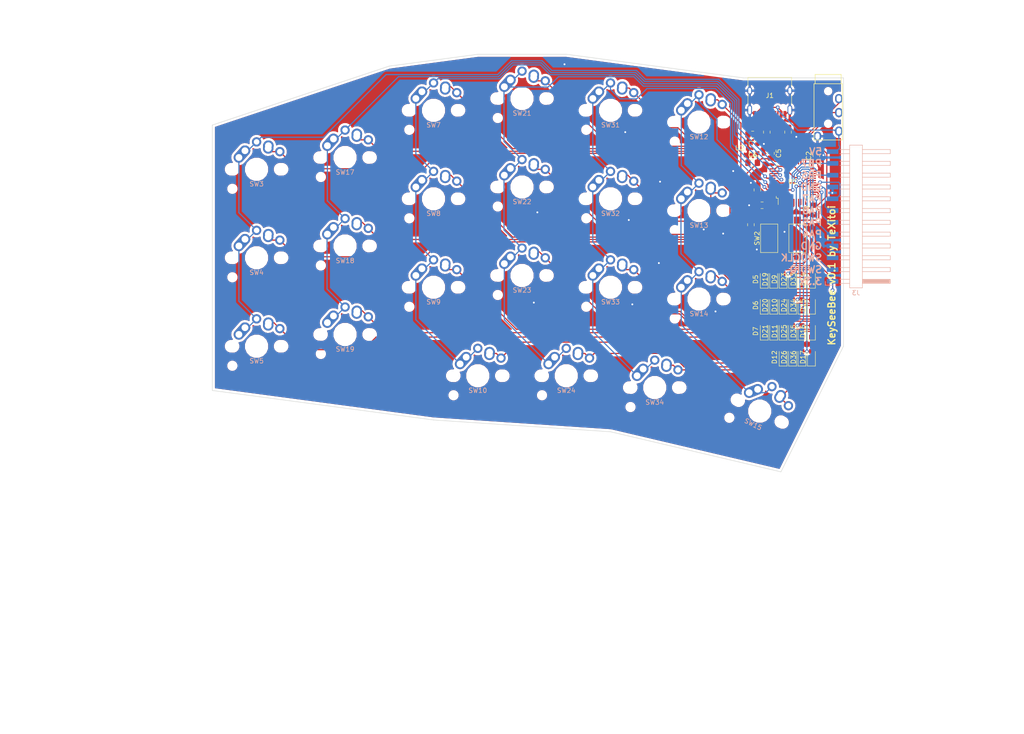
<source format=kicad_pcb>
(kicad_pcb (version 20171130) (host pcbnew 5.0.2+dfsg1-1)
  (layers (0 F.Cu signal) (31 B.Cu signal) (34 B.Paste user) (35 F.Paste user) (36 B.SilkS user) (37 F.SilkS user) (38 B.Mask user) (39 F.Mask user) (44 Edge.Cuts user))
  (net 0 "")
  (net 1 GND)
  (net 2 5V)
  (net 3 "Net-(J1-PadB8)")
  (net 4 "Net-(J1-PadA5)")
  (net 5 D-)
  (net 6 D+)
  (net 7 "Net-(J1-PadA8)")
  (net 8 "Net-(J1-PadB5)")
  (net 9 "Net-(R1-Pad1)")
  (net 10 3.3V)
  (net 11 VBAT)
  (net 12 "Net-(U1-Pad5)")
  (net 13 "Net-(U1-Pad6)")
  (net 14 "Net-(C1-Pad2)")
  (net 15 "Net-(U1-Pad10)")
  (net 16 "Net-(U1-Pad11)")
  (net 17 "Net-(U1-Pad12)")
  (net 18 "Net-(U1-Pad13)")
  (net 19 PA4)
  (net 20 PA5)
  (net 21 PA6)
  (net 22 PA7)
  (net 23 ROW1)
  (net 24 ROW2)
  (net 25 ROW3)
  (net 26 ROW4)
  (net 27 SWDIO)
  (net 28 SWDCLK)
  (net 29 COL1)
  (net 30 COL2)
  (net 31 COL3)
  (net 32 COL4)
  (net 33 PB6)
  (net 34 PB7)
  (net 35 COL5)
  (net 36 COL6)
  (net 37 TX)
  (net 38 RX)
  (net 39 "Net-(U1-Pad2)")
  (net 40 "Net-(U1-Pad3)")
  (net 41 "Net-(U1-Pad4)")
  (net 42 "Net-(U1-Pad22)")
  (net 43 "Net-(U1-Pad26)")
  (net 44 "Net-(U1-Pad27)")
  (net 45 "Net-(U1-Pad28)")
  (net 46 "Net-(U1-Pad29)")
  (net 47 "Net-(D24-Pad1)")
  (net 48 "Net-(D11-Pad1)")
  (net 49 "Net-(D12-Pad1)")
  (net 50 "Net-(D14-Pad1)")
  (net 51 "Net-(D15-Pad1)")
  (net 52 "Net-(D16-Pad1)")
  (net 53 "Net-(D17-Pad1)")
  (net 54 "Net-(D19-Pad1)")
  (net 55 "Net-(D20-Pad1)")
  (net 56 "Net-(D21-Pad1)")
  (net 57 "Net-(D23-Pad1)")
  (net 58 "Net-(D9-Pad1)")
  (net 59 "Net-(D7-Pad1)")
  (net 60 "Net-(D6-Pad1)")
  (net 61 "Net-(D5-Pad1)")
  (net 62 "Net-(D25-Pad1)")
  (net 63 "Net-(D26-Pad1)")
  (net 64 "Net-(D33-Pad1)")
  (net 65 "Net-(D34-Pad1)")
  (net 66 "Net-(D35-Pad1)")
  (net 67 "Net-(D36-Pad1)")
  (net 68 "Net-(D10-Pad1)")
  (module keebio:TRRS-PJ-320A-no-Fmask (layer F.Cu) (at 237.363 48.26)
    (fp_text reference J2)
    (fp_text value AudioJack4)
    (pad 1 thru_hole oval (at -2.3 11.3) (size 1.6 2) (drill oval 0.9 1.3) (layers *.Cu B.Mask) (net 1 GND))
    (pad 2 thru_hole oval (at 2.3 10.2) (size 1.6 2) (drill oval 0.9 1.3) (layers *.Cu B.Mask) (net 2 5V))
    (pad 4 thru_hole oval (at 2.3 3.2) (size 1.6 2) (drill oval 0.9 1.3) (layers *.Cu B.Mask) (net 38 RX))
    (pad "" np_thru_hole circle (at 0 8.6) (size 0.8 0.8) (drill 0.8) (layers *.Cu *.Mask))
    (pad "" np_thru_hole circle (at 0 1.6) (size 0.8 0.8) (drill 0.8) (layers *.Cu *.Mask))
    (pad 3 thru_hole oval (at 2.3 6.2) (size 1.6 2) (drill oval 0.9 1.3) (layers *.Cu B.Mask) (net 37 TX))
    (pad 4 thru_hole oval (at 2.3 3.2) (size 1 1.4) (drill oval 0.9 1.3) (layers *.Cu F.Mask) (net 38 RX))
    (pad 3 thru_hole oval (at 2.3 6.2) (size 1 1.4) (drill oval 0.9 1.3) (layers *.Cu F.Mask) (net 37 TX))
    (pad 2 thru_hole oval (at 2.3 10.2) (size 1 1.4) (drill oval 0.9 1.3) (layers *.Cu F.Mask) (net 2 5V))
    (pad 1 thru_hole oval (at -2.3 11.3) (size 1 1.4) (drill oval 0.9 1.3) (layers *.Cu F.Mask) (net 1 GND))
  )
  (module kicad-harwin:Harwin_M20-89012xx_1x12_P2.54mm_Horizontal (layer B.Cu) (at 243.84 76.835)
    (fp_text reference J3 (at -0.48 16.44) (layer B.SilkS) (effects (justify mirror)))
    (fp_text value Conn_01x12_Male)
    (pad "" smd rect (at 3.895 13.97) (size 6 0.76) (layers B.SilkS))
    (pad 12 smd rect (at -5.525 -13.97) (size 2.5 1) (layers B.Cu B.Paste B.Mask) (net 2 5V))
    (pad 11 smd rect (at -5.525 -11.43) (size 2.5 1) (layers B.Cu B.Paste B.Mask) (net 34 PB7))
    (pad 10 smd rect (at -5.525 -8.89) (size 2.5 1) (layers B.Cu B.Paste B.Mask) (net 33 PB6))
    (pad 9 smd rect (at -5.525 -6.35) (size 2.5 1) (layers B.Cu B.Paste B.Mask) (net 1 GND))
    (pad 8 smd rect (at -5.525 -3.81) (size 2.5 1) (layers B.Cu B.Paste B.Mask) (net 22 PA7))
    (pad 7 smd rect (at -5.525 -1.27) (size 2.5 1) (layers B.Cu B.Paste B.Mask) (net 21 PA6))
    (pad 6 smd rect (at -5.525 1.27) (size 2.5 1) (layers B.Cu B.Paste B.Mask) (net 20 PA5))
    (pad 5 smd rect (at -5.525 3.81) (size 2.5 1) (layers B.Cu B.Paste B.Mask) (net 19 PA4))
    (pad 4 smd rect (at -5.525 6.35) (size 2.5 1) (layers B.Cu B.Paste B.Mask) (net 1 GND))
    (pad 3 smd rect (at -5.525 8.89) (size 2.5 1) (layers B.Cu B.Paste B.Mask) (net 28 SWDCLK))
    (pad 2 smd rect (at -5.525 11.43) (size 2.5 1) (layers B.Cu B.Paste B.Mask) (net 27 SWDIO))
    (pad 1 smd rect (at -5.525 13.97) (size 2.5 1) (layers B.Cu B.Paste B.Mask) (net 10 3.3V))
  )
  (module Button_Switch_SMD:SW_SPST_CK_RS282G05A3 (layer F.Cu) (at 230.759 81.534 90)
    (fp_text reference SW1 hide)
    (fp_text value BOOT)
    (pad 2 smd rect (at 3.9 0 90) (size 1.5 1.5) (layers F.Cu F.Paste F.Mask) (net 10 3.3V))
    (pad 1 smd rect (at -3.9 0 90) (size 1.5 1.5) (layers F.Cu F.Paste F.Mask) (net 9 "Net-(R1-Pad1)"))
  )
  (module Button_Switch_SMD:SW_SPST_CK_RS282G05A3 (layer F.Cu) (at 224.663 81.534 90)
    (fp_text reference SW2 (at 0 -2.6 90) (layer F.SilkS))
    (fp_text value RESET)
    (pad 2 smd rect (at 3.9 0 90) (size 1.5 1.5) (layers F.Cu F.Paste F.Mask) (net 14 "Net-(C1-Pad2)"))
    (pad 1 smd rect (at -3.9 0 90) (size 1.5 1.5) (layers F.Cu F.Paste F.Mask) (net 1 GND))
  )
  (module Capacitor_SMD:C_0805_2012Metric_Pad1.15x1.40mm_HandSolder (layer F.Cu) (at 221.107 59.182)
    (fp_text reference C7 hide)
    (fp_text value 1µF)
    (pad 2 smd roundrect (at 1.025 0) (size 1.15 1.4) (layers F.Cu F.Paste F.Mask) (roundrect_rratio 0.217391) (net 2 5V))
    (pad 1 smd roundrect (at -1.025 0) (size 1.15 1.4) (layers F.Cu F.Paste F.Mask) (roundrect_rratio 0.217391) (net 1 GND))
  )
  (module Capacitor_SMD:C_0805_2012Metric_Pad1.15x1.40mm_HandSolder (layer F.Cu) (at 225.044 63.246 270)
    (fp_text reference C5 (at 0 -1.65 270) (layer F.SilkS))
    (fp_text value 100nF)
    (pad 2 smd roundrect (at 1.025 0 270) (size 1.15 1.4) (layers F.Cu F.Paste F.Mask) (roundrect_rratio 0.217391) (net 10 3.3V))
    (pad 1 smd roundrect (at -1.025 0 270) (size 1.15 1.4) (layers F.Cu F.Paste F.Mask) (roundrect_rratio 0.217391) (net 1 GND))
  )
  (module Capacitor_SMD:C_0805_2012Metric_Pad1.15x1.40mm_HandSolder (layer F.Cu) (at 222.123 71.12 270)
    (fp_text reference C4 hide)
    (fp_text value 100nF)
    (pad 2 smd roundrect (at 1.025 0 270) (size 1.15 1.4) (layers F.Cu F.Paste F.Mask) (roundrect_rratio 0.217391) (net 10 3.3V))
    (pad 1 smd roundrect (at -1.025 0 270) (size 1.15 1.4) (layers F.Cu F.Paste F.Mask) (roundrect_rratio 0.217391) (net 1 GND))
  )
  (module Capacitor_SMD:C_0805_2012Metric_Pad1.15x1.40mm_HandSolder (layer F.Cu) (at 234.315 75.438 90)
    (fp_text reference C3 (at 0 -1.65 90) (layer F.SilkS))
    (fp_text value 100nF)
    (pad 2 smd roundrect (at 1.025 0 90) (size 1.15 1.4) (layers F.Cu F.Paste F.Mask) (roundrect_rratio 0.217391) (net 10 3.3V))
    (pad 1 smd roundrect (at -1.025 0 90) (size 1.15 1.4) (layers F.Cu F.Paste F.Mask) (roundrect_rratio 0.217391) (net 1 GND))
  )
  (module Capacitor_SMD:C_0805_2012Metric_Pad1.15x1.40mm_HandSolder (layer F.Cu) (at 221.107 65.278)
    (fp_text reference C6 (at 0 -1.65) (layer F.SilkS))
    (fp_text value 1µF)
    (pad 2 smd roundrect (at 1.025 0) (size 1.15 1.4) (layers F.Cu F.Paste F.Mask) (roundrect_rratio 0.217391) (net 10 3.3V))
    (pad 1 smd roundrect (at -1.025 0) (size 1.15 1.4) (layers F.Cu F.Paste F.Mask) (roundrect_rratio 0.217391) (net 1 GND))
  )
  (module Capacitor_SMD:C_0805_2012Metric_Pad1.15x1.40mm_HandSolder (layer F.Cu) (at 220.726 78.613 90)
    (fp_text reference C1 hide)
    (fp_text value 100nF)
    (pad 2 smd roundrect (at 1.025 0 90) (size 1.15 1.4) (layers F.Cu F.Paste F.Mask) (roundrect_rratio 0.217391) (net 14 "Net-(C1-Pad2)"))
    (pad 1 smd roundrect (at -1.025 0 90) (size 1.15 1.4) (layers F.Cu F.Paste F.Mask) (roundrect_rratio 0.217391) (net 1 GND))
  )
  (module Capacitor_SMD:C_0805_2012Metric_Pad1.15x1.40mm_HandSolder (layer F.Cu) (at 234.823 63.754 90)
    (fp_text reference C2 (at 0 -1.65 90) (layer F.SilkS))
    (fp_text value 100nF)
    (pad 2 smd roundrect (at 1.025 0 90) (size 1.15 1.4) (layers F.Cu F.Paste F.Mask) (roundrect_rratio 0.217391) (net 10 3.3V))
    (pad 1 smd roundrect (at -1.025 0 90) (size 1.15 1.4) (layers F.Cu F.Paste F.Mask) (roundrect_rratio 0.217391) (net 1 GND))
  )
  (module Diode_SMD:D_SOD-323_HandSoldering (layer F.Cu) (at 233.75944 101.544927 90)
    (fp_text reference D16 (at 0 -1.85 90) (layer F.SilkS))
    (fp_text value D3.6)
    (pad 2 smd rect (at 1.25 0 90) (size 1 1) (layers F.Cu F.Paste F.Mask) (net 25 ROW3))
    (pad 1 smd rect (at -1.25 0 90) (size 1 1) (layers F.Cu F.Paste F.Mask) (net 52 "Net-(D16-Pad1)"))
  )
  (module Diode_SMD:D_SOD-323_HandSoldering (layer F.Cu) (at 233.75944 90.368927 90)
    (fp_text reference D14 (at 0 -1.85 90) (layer F.SilkS))
    (fp_text value D1.6)
    (pad 2 smd rect (at 1.25 0 90) (size 1 1) (layers F.Cu F.Paste F.Mask) (net 23 ROW1))
    (pad 1 smd rect (at -1.25 0 90) (size 1 1) (layers F.Cu F.Paste F.Mask) (net 50 "Net-(D14-Pad1)"))
  )
  (module Diode_SMD:D_SOD-323_HandSoldering (layer F.Cu) (at 227.66344 107.132927 90)
    (fp_text reference D12 (at 0 -1.85 90) (layer F.SilkS))
    (fp_text value D4.3)
    (pad 2 smd rect (at 1.25 0 90) (size 1 1) (layers F.Cu F.Paste F.Mask) (net 26 ROW4))
    (pad 1 smd rect (at -1.25 0 90) (size 1 1) (layers F.Cu F.Paste F.Mask) (net 49 "Net-(D12-Pad1)"))
  )
  (module Diode_SMD:D_SOD-323_HandSoldering (layer F.Cu) (at 227.66344 101.544927 90)
    (fp_text reference D11 (at 0 -1.85 90) (layer F.SilkS))
    (fp_text value D3.3)
    (pad 2 smd rect (at 1.25 0 90) (size 1 1) (layers F.Cu F.Paste F.Mask) (net 25 ROW3))
    (pad 1 smd rect (at -1.25 0 90) (size 1 1) (layers F.Cu F.Paste F.Mask) (net 48 "Net-(D11-Pad1)"))
  )
  (module Diode_SMD:D_SOD-323_HandSoldering (layer F.Cu) (at 227.66344 95.956927 90)
    (fp_text reference D10 (at 0 -1.85 90) (layer F.SilkS))
    (fp_text value D2.3)
    (pad 2 smd rect (at 1.25 0 90) (size 1 1) (layers F.Cu F.Paste F.Mask) (net 24 ROW2))
    (pad 1 smd rect (at -1.25 0 90) (size 1 1) (layers F.Cu F.Paste F.Mask) (net 68 "Net-(D10-Pad1)"))
  )
  (module Diode_SMD:D_SOD-323_HandSoldering (layer F.Cu) (at 227.66344 90.368927 90)
    (fp_text reference D9 (at 0 -1.85 90) (layer F.SilkS))
    (fp_text value D1.3)
    (pad 2 smd rect (at 1.25 0 90) (size 1 1) (layers F.Cu F.Paste F.Mask) (net 23 ROW1))
    (pad 1 smd rect (at -1.25 0 90) (size 1 1) (layers F.Cu F.Paste F.Mask) (net 58 "Net-(D9-Pad1)"))
  )
  (module Diode_SMD:D_SOD-323_HandSoldering (layer F.Cu) (at 223.59944 101.544927 90)
    (fp_text reference D7 (at 0 -1.85 90) (layer F.SilkS))
    (fp_text value D3.1)
    (pad 2 smd rect (at 1.25 0 90) (size 1 1) (layers F.Cu F.Paste F.Mask) (net 25 ROW3))
    (pad 1 smd rect (at -1.25 0 90) (size 1 1) (layers F.Cu F.Paste F.Mask) (net 59 "Net-(D7-Pad1)"))
  )
  (module Diode_SMD:D_SOD-323_HandSoldering (layer F.Cu) (at 223.59944 95.956927 90)
    (fp_text reference D6 (at 0 -1.85 90) (layer F.SilkS))
    (fp_text value D2.1)
    (pad 2 smd rect (at 1.25 0 90) (size 1 1) (layers F.Cu F.Paste F.Mask) (net 24 ROW2))
    (pad 1 smd rect (at -1.25 0 90) (size 1 1) (layers F.Cu F.Paste F.Mask) (net 60 "Net-(D6-Pad1)"))
  )
  (module Diode_SMD:D_SOD-323_HandSoldering (layer F.Cu) (at 223.59944 90.368927 90)
    (fp_text reference D5 (at 0 -1.85 90) (layer F.SilkS))
    (fp_text value D1.1)
    (pad 2 smd rect (at 1.25 0 90) (size 1 1) (layers F.Cu F.Paste F.Mask) (net 23 ROW1))
    (pad 1 smd rect (at -1.25 0 90) (size 1 1) (layers F.Cu F.Paste F.Mask) (net 61 "Net-(D5-Pad1)"))
  )
  (module Diode_SMD:D_SOD-323_HandSoldering (layer F.Cu) (at 231.72744 107.132927 90)
    (fp_text reference D36 (at 0 -1.85 90) (layer F.SilkS))
    (fp_text value D4.5)
    (pad 2 smd rect (at 1.25 0 90) (size 1 1) (layers F.Cu F.Paste F.Mask) (net 26 ROW4))
    (pad 1 smd rect (at -1.25 0 90) (size 1 1) (layers F.Cu F.Paste F.Mask) (net 67 "Net-(D36-Pad1)"))
  )
  (module Diode_SMD:D_SOD-323_HandSoldering (layer F.Cu) (at 233.75944 95.956927 90)
    (fp_text reference D15 (at 0 -1.85 90) (layer F.SilkS))
    (fp_text value D2.6)
    (pad 2 smd rect (at 1.25 0 90) (size 1 1) (layers F.Cu F.Paste F.Mask) (net 24 ROW2))
    (pad 1 smd rect (at -1.25 0 90) (size 1 1) (layers F.Cu F.Paste F.Mask) (net 51 "Net-(D15-Pad1)"))
  )
  (module Diode_SMD:D_SOD-323_HandSoldering (layer F.Cu) (at 231.72744 101.544927 90)
    (fp_text reference D35 (at 0 -1.85 90) (layer F.SilkS))
    (fp_text value D3.5)
    (pad 2 smd rect (at 1.25 0 90) (size 1 1) (layers F.Cu F.Paste F.Mask) (net 25 ROW3))
    (pad 1 smd rect (at -1.25 0 90) (size 1 1) (layers F.Cu F.Paste F.Mask) (net 66 "Net-(D35-Pad1)"))
  )
  (module Diode_SMD:D_SOD-323_HandSoldering (layer F.Cu) (at 231.72744 95.956927 90)
    (fp_text reference D34 (at 0 -1.85 90) (layer F.SilkS))
    (fp_text value D2.5)
    (pad 2 smd rect (at 1.25 0 90) (size 1 1) (layers F.Cu F.Paste F.Mask) (net 24 ROW2))
    (pad 1 smd rect (at -1.25 0 90) (size 1 1) (layers F.Cu F.Paste F.Mask) (net 65 "Net-(D34-Pad1)"))
  )
  (module Diode_SMD:D_SOD-323_HandSoldering (layer F.Cu) (at 231.72744 90.368927 90)
    (fp_text reference D33 (at 0 -1.85 90) (layer F.SilkS))
    (fp_text value D1.5)
    (pad 2 smd rect (at 1.25 0 90) (size 1 1) (layers F.Cu F.Paste F.Mask) (net 23 ROW1))
    (pad 1 smd rect (at -1.25 0 90) (size 1 1) (layers F.Cu F.Paste F.Mask) (net 64 "Net-(D33-Pad1)"))
  )
  (module Diode_SMD:D_SOD-323_HandSoldering (layer F.Cu) (at 229.69544 107.132927 90)
    (fp_text reference D26 (at 0 -1.85 90) (layer F.SilkS))
    (fp_text value D4.4)
    (pad 2 smd rect (at 1.25 0 90) (size 1 1) (layers F.Cu F.Paste F.Mask) (net 26 ROW4))
    (pad 1 smd rect (at -1.25 0 90) (size 1 1) (layers F.Cu F.Paste F.Mask) (net 63 "Net-(D26-Pad1)"))
  )
  (module Diode_SMD:D_SOD-323_HandSoldering (layer F.Cu) (at 229.69544 101.544927 90)
    (fp_text reference D25 (at 0 -1.85 90) (layer F.SilkS))
    (fp_text value D3.4)
    (pad 2 smd rect (at 1.25 0 90) (size 1 1) (layers F.Cu F.Paste F.Mask) (net 25 ROW3))
    (pad 1 smd rect (at -1.25 0 90) (size 1 1) (layers F.Cu F.Paste F.Mask) (net 62 "Net-(D25-Pad1)"))
  )
  (module Diode_SMD:D_SOD-323_HandSoldering (layer F.Cu) (at 229.69544 95.956927 90)
    (fp_text reference D24 (at 0 -1.85 90) (layer F.SilkS))
    (fp_text value D2.4)
    (pad 2 smd rect (at 1.25 0 90) (size 1 1) (layers F.Cu F.Paste F.Mask) (net 24 ROW2))
    (pad 1 smd rect (at -1.25 0 90) (size 1 1) (layers F.Cu F.Paste F.Mask) (net 47 "Net-(D24-Pad1)"))
  )
  (module Diode_SMD:D_SOD-323_HandSoldering (layer F.Cu) (at 229.69544 90.368927 90)
    (fp_text reference D23 (at 0 -1.85 90) (layer F.SilkS))
    (fp_text value D1.4)
    (pad 2 smd rect (at 1.25 0 90) (size 1 1) (layers F.Cu F.Paste F.Mask) (net 23 ROW1))
    (pad 1 smd rect (at -1.25 0 90) (size 1 1) (layers F.Cu F.Paste F.Mask) (net 57 "Net-(D23-Pad1)"))
  )
  (module Diode_SMD:D_SOD-323_HandSoldering (layer F.Cu) (at 225.63144 101.544927 90)
    (fp_text reference D21 (at 0 -1.85 90) (layer F.SilkS))
    (fp_text value D3.2)
    (pad 2 smd rect (at 1.25 0 90) (size 1 1) (layers F.Cu F.Paste F.Mask) (net 25 ROW3))
    (pad 1 smd rect (at -1.25 0 90) (size 1 1) (layers F.Cu F.Paste F.Mask) (net 56 "Net-(D21-Pad1)"))
  )
  (module Diode_SMD:D_SOD-323_HandSoldering (layer F.Cu) (at 225.63144 95.956927 90)
    (fp_text reference D20 (at 0 -1.85 90) (layer F.SilkS))
    (fp_text value D2.2)
    (pad 2 smd rect (at 1.25 0 90) (size 1 1) (layers F.Cu F.Paste F.Mask) (net 24 ROW2))
    (pad 1 smd rect (at -1.25 0 90) (size 1 1) (layers F.Cu F.Paste F.Mask) (net 55 "Net-(D20-Pad1)"))
  )
  (module Diode_SMD:D_SOD-323_HandSoldering (layer F.Cu) (at 225.63144 90.368927 90)
    (fp_text reference D19 (at 0 -1.85 90) (layer F.SilkS))
    (fp_text value D1.2)
    (pad 2 smd rect (at 1.25 0 90) (size 1 1) (layers F.Cu F.Paste F.Mask) (net 23 ROW1))
    (pad 1 smd rect (at -1.25 0 90) (size 1 1) (layers F.Cu F.Paste F.Mask) (net 54 "Net-(D19-Pad1)"))
  )
  (module Diode_SMD:D_SOD-323_HandSoldering (layer F.Cu) (at 233.75944 107.132927 90)
    (fp_text reference D17 (at 0 -1.85 90) (layer F.SilkS))
    (fp_text value D4.6)
    (pad 2 smd rect (at 1.25 0 90) (size 1 1) (layers F.Cu F.Paste F.Mask) (net 26 ROW4))
    (pad 1 smd rect (at -1.25 0 90) (size 1 1) (layers F.Cu F.Paste F.Mask) (net 53 "Net-(D17-Pad1)"))
  )
  (module Package_QFP:LQFP-48_7x7mm_P0.5mm (layer F.Cu) (at 229.743 69.342 90)
    (fp_text reference U1 (at 0 0 180) (layer F.SilkS))
    (fp_text value STM32)
    (pad 48 smd rect (at -2.75 -4.35 180) (size 1.3 0.25) (layers F.Cu F.Paste F.Mask) (net 10 3.3V))
    (pad 47 smd rect (at -2.25 -4.35 180) (size 1.3 0.25) (layers F.Cu F.Paste F.Mask) (net 1 GND))
    (pad 46 smd rect (at -1.75 -4.35 180) (size 1.3 0.25) (layers F.Cu F.Paste F.Mask) (net 36 COL6))
    (pad 45 smd rect (at -1.25 -4.35 180) (size 1.3 0.25) (layers F.Cu F.Paste F.Mask) (net 35 COL5))
    (pad 44 smd rect (at -0.75 -4.35 180) (size 1.3 0.25) (layers F.Cu F.Paste F.Mask) (net 9 "Net-(R1-Pad1)"))
    (pad 43 smd rect (at -0.25 -4.35 180) (size 1.3 0.25) (layers F.Cu F.Paste F.Mask) (net 34 PB7))
    (pad 42 smd rect (at 0.25 -4.35 180) (size 1.3 0.25) (layers F.Cu F.Paste F.Mask) (net 33 PB6))
    (pad 41 smd rect (at 0.75 -4.35 180) (size 1.3 0.25) (layers F.Cu F.Paste F.Mask) (net 32 COL4))
    (pad 40 smd rect (at 1.25 -4.35 180) (size 1.3 0.25) (layers F.Cu F.Paste F.Mask) (net 31 COL3))
    (pad 39 smd rect (at 1.75 -4.35 180) (size 1.3 0.25) (layers F.Cu F.Paste F.Mask) (net 30 COL2))
    (pad 38 smd rect (at 2.25 -4.35 180) (size 1.3 0.25) (layers F.Cu F.Paste F.Mask) (net 29 COL1))
    (pad 37 smd rect (at 2.75 -4.35 180) (size 1.3 0.25) (layers F.Cu F.Paste F.Mask) (net 28 SWDCLK))
    (pad 36 smd rect (at 4.35 -2.75 90) (size 1.3 0.25) (layers F.Cu F.Paste F.Mask) (net 10 3.3V))
    (pad 35 smd rect (at 4.35 -2.25 90) (size 1.3 0.25) (layers F.Cu F.Paste F.Mask) (net 1 GND))
    (pad 34 smd rect (at 4.35 -1.75 90) (size 1.3 0.25) (layers F.Cu F.Paste F.Mask) (net 27 SWDIO))
    (pad 33 smd rect (at 4.35 -1.25 90) (size 1.3 0.25) (layers F.Cu F.Paste F.Mask) (net 6 D+))
    (pad 32 smd rect (at 4.35 -0.75 90) (size 1.3 0.25) (layers F.Cu F.Paste F.Mask) (net 5 D-))
    (pad 31 smd rect (at 4.35 -0.25 90) (size 1.3 0.25) (layers F.Cu F.Paste F.Mask) (net 38 RX))
    (pad 30 smd rect (at 4.35 0.25 90) (size 1.3 0.25) (layers F.Cu F.Paste F.Mask) (net 37 TX))
    (pad 29 smd rect (at 4.35 0.75 90) (size 1.3 0.25) (layers F.Cu F.Paste F.Mask) (net 46 "Net-(U1-Pad29)"))
    (pad 28 smd rect (at 4.35 1.25 90) (size 1.3 0.25) (layers F.Cu F.Paste F.Mask) (net 45 "Net-(U1-Pad28)"))
    (pad 27 smd rect (at 4.35 1.75 90) (size 1.3 0.25) (layers F.Cu F.Paste F.Mask) (net 44 "Net-(U1-Pad27)"))
    (pad 26 smd rect (at 4.35 2.25 90) (size 1.3 0.25) (layers F.Cu F.Paste F.Mask) (net 43 "Net-(U1-Pad26)"))
    (pad 25 smd rect (at 4.35 2.75 90) (size 1.3 0.25) (layers F.Cu F.Paste F.Mask) (net 1 GND))
    (pad 24 smd rect (at 2.75 4.35 180) (size 1.3 0.25) (layers F.Cu F.Paste F.Mask) (net 10 3.3V))
    (pad 23 smd rect (at 2.25 4.35 180) (size 1.3 0.25) (layers F.Cu F.Paste F.Mask) (net 1 GND))
    (pad 22 smd rect (at 1.75 4.35 180) (size 1.3 0.25) (layers F.Cu F.Paste F.Mask) (net 42 "Net-(U1-Pad22)"))
    (pad 21 smd rect (at 1.25 4.35 180) (size 1.3 0.25) (layers F.Cu F.Paste F.Mask) (net 26 ROW4))
    (pad 20 smd rect (at 0.75 4.35 180) (size 1.3 0.25) (layers F.Cu F.Paste F.Mask) (net 25 ROW3))
    (pad 19 smd rect (at 0.25 4.35 180) (size 1.3 0.25) (layers F.Cu F.Paste F.Mask) (net 24 ROW2))
    (pad 18 smd rect (at -0.25 4.35 180) (size 1.3 0.25) (layers F.Cu F.Paste F.Mask) (net 23 ROW1))
    (pad 17 smd rect (at -0.75 4.35 180) (size 1.3 0.25) (layers F.Cu F.Paste F.Mask) (net 22 PA7))
    (pad 16 smd rect (at -1.25 4.35 180) (size 1.3 0.25) (layers F.Cu F.Paste F.Mask) (net 21 PA6))
    (pad 15 smd rect (at -1.75 4.35 180) (size 1.3 0.25) (layers F.Cu F.Paste F.Mask) (net 20 PA5))
    (pad 14 smd rect (at -2.25 4.35 180) (size 1.3 0.25) (layers F.Cu F.Paste F.Mask) (net 19 PA4))
    (pad 13 smd rect (at -2.75 4.35 180) (size 1.3 0.25) (layers F.Cu F.Paste F.Mask) (net 18 "Net-(U1-Pad13)"))
    (pad 12 smd rect (at -4.35 2.75 90) (size 1.3 0.25) (layers F.Cu F.Paste F.Mask) (net 17 "Net-(U1-Pad12)"))
    (pad 11 smd rect (at -4.35 2.25 90) (size 1.3 0.25) (layers F.Cu F.Paste F.Mask) (net 16 "Net-(U1-Pad11)"))
    (pad 10 smd rect (at -4.35 1.75 90) (size 1.3 0.25) (layers F.Cu F.Paste F.Mask) (net 15 "Net-(U1-Pad10)"))
    (pad 9 smd rect (at -4.35 1.25 90) (size 1.3 0.25) (layers F.Cu F.Paste F.Mask) (net 10 3.3V))
    (pad 8 smd rect (at -4.35 0.75 90) (size 1.3 0.25) (layers F.Cu F.Paste F.Mask) (net 1 GND))
    (pad 7 smd rect (at -4.35 0.25 90) (size 1.3 0.25) (layers F.Cu F.Paste F.Mask) (net 14 "Net-(C1-Pad2)"))
    (pad 6 smd rect (at -4.35 -0.25 90) (size 1.3 0.25) (layers F.Cu F.Paste F.Mask) (net 13 "Net-(U1-Pad6)"))
    (pad 5 smd rect (at -4.35 -0.75 90) (size 1.3 0.25) (layers F.Cu F.Paste F.Mask) (net 12 "Net-(U1-Pad5)"))
    (pad 4 smd rect (at -4.35 -1.25 90) (size 1.3 0.25) (layers F.Cu F.Paste F.Mask) (net 41 "Net-(U1-Pad4)"))
    (pad 3 smd rect (at -4.35 -1.75 90) (size 1.3 0.25) (layers F.Cu F.Paste F.Mask) (net 40 "Net-(U1-Pad3)"))
    (pad 2 smd rect (at -4.35 -2.25 90) (size 1.3 0.25) (layers F.Cu F.Paste F.Mask) (net 39 "Net-(U1-Pad2)"))
    (pad 1 smd rect (at -4.35 -2.75 90) (size 1.3 0.25) (layers F.Cu F.Paste F.Mask) (net 11 VBAT))
  )
  (module Package_TO_SOT_SMD:SOT-23 (layer F.Cu) (at 221.107 62.23 180)
    (fp_text reference U2 (at 2.794 0.127 180) (layer F.SilkS))
    (fp_text value LDO)
    (pad 3 smd rect (at 1 0 180) (size 0.9 0.8) (layers F.Cu F.Paste F.Mask) (net 1 GND))
    (pad 2 smd rect (at -1 0.95 180) (size 0.9 0.8) (layers F.Cu F.Paste F.Mask) (net 2 5V))
    (pad 1 smd rect (at -1 -0.95 180) (size 0.9 0.8) (layers F.Cu F.Paste F.Mask) (net 10 3.3V))
  )
  (module Resistor_SMD:R_0805_2012Metric_Pad1.15x1.40mm_HandSolder (layer F.Cu) (at 223.13 74.422 180)
    (fp_text reference R1 hide)
    (fp_text value 5.1k)
    (pad 2 smd roundrect (at 1.025 0 180) (size 1.15 1.4) (layers F.Cu F.Paste F.Mask) (roundrect_rratio 0.217391) (net 1 GND))
    (pad 1 smd roundrect (at -1.025 0 180) (size 1.15 1.4) (layers F.Cu F.Paste F.Mask) (roundrect_rratio 0.217391) (net 9 "Net-(R1-Pad1)"))
  )
  (module Resistor_SMD:R_0805_2012Metric_Pad1.15x1.40mm_HandSolder (layer F.Cu) (at 224.155 58.674 270)
    (fp_text reference R6 hide)
    (fp_text value 5.1k)
    (pad 2 smd roundrect (at 1.025 0 270) (size 1.15 1.4) (layers F.Cu F.Paste F.Mask) (roundrect_rratio 0.217391) (net 1 GND))
    (pad 1 smd roundrect (at -1.025 0 270) (size 1.15 1.4) (layers F.Cu F.Paste F.Mask) (roundrect_rratio 0.217391) (net 8 "Net-(J1-PadB5)"))
  )
  (module Resistor_SMD:R_0805_2012Metric_Pad1.15x1.40mm_HandSolder (layer F.Cu) (at 228.727 58.674 270)
    (fp_text reference R7 hide)
    (fp_text value 5.1k)
    (pad 2 smd roundrect (at 1.025 0 270) (size 1.15 1.4) (layers F.Cu F.Paste F.Mask) (roundrect_rratio 0.217391) (net 1 GND))
    (pad 1 smd roundrect (at -1.025 0 270) (size 1.15 1.4) (layers F.Cu F.Paste F.Mask) (roundrect_rratio 0.217391) (net 4 "Net-(J1-PadA5)"))
  )
  (module Keebio:MX-Alps-Choc-1U-NoLED (layer F.Cu) (at 152.4 53.975)
    (fp_text reference SW7 (at 0 3.175) (layer B.SilkS))
    (fp_text value SW_Push)
    (pad "" np_thru_hole circle (at -5.22 4.2 48.1) (size 1.2 1.2) (drill 1.2) (layers *.Cu *.Mask))
    (pad "" np_thru_hole circle (at 5.5 0 48.1) (size 1.7 1.7) (drill 1.7) (layers *.Cu *.Mask))
    (pad "" np_thru_hole circle (at -5.5 0 48.1) (size 1.7 1.7) (drill 1.7) (layers *.Cu *.Mask))
    (pad 2 thru_hole circle (at 0 -5.9) (size 2 2) (drill 1.2) (layers *.Cu *.Mask) (net 31 COL3))
    (pad 1 thru_hole circle (at 5 -3.8) (size 2 2) (drill 1.2) (layers *.Cu *.Mask) (net 58 "Net-(D9-Pad1)"))
    (pad "" np_thru_hole circle (at 5.08 0 48.0996) (size 1.75 1.75) (drill 1.75) (layers *.Cu *.Mask))
    (pad "" np_thru_hole circle (at -5.08 0 48.0996) (size 1.75 1.75) (drill 1.75) (layers *.Cu *.Mask))
    (pad 2 thru_hole circle (at -2.5 -4) (size 2.25 2.25) (drill 1.47) (layers *.Cu *.Mask) (net 31 COL3))
    (pad "" np_thru_hole circle (at 0 0) (size 3.9878 3.9878) (drill 3.9878) (layers *.Cu *.Mask))
    (pad 2 thru_hole oval (at -3.81 -2.54 48.1) (size 4.211556 2.25) (drill 1.47 (offset 0.980778 0)) (layers *.Cu *.Mask) (net 31 COL3))
    (pad 1 thru_hole circle (at 2.54 -5.08) (size 2.25 2.25) (drill 1.47) (layers *.Cu *.Mask) (net 58 "Net-(D9-Pad1)"))
    (pad 1 thru_hole oval (at 2.5 -4.5 86.1) (size 2.831378 2.25) (drill 1.47 (offset 0.290689 0)) (layers *.Cu *.Mask) (net 58 "Net-(D9-Pad1)"))
  )
  (module Keebio:MX-Alps-Choc-1U-NoLED (layer F.Cu) (at 152.4 92.075)
    (fp_text reference SW9 (at 0 3.175) (layer B.SilkS))
    (fp_text value SW_Push)
    (pad "" np_thru_hole circle (at -5.22 4.2 48.1) (size 1.2 1.2) (drill 1.2) (layers *.Cu *.Mask))
    (pad "" np_thru_hole circle (at 5.5 0 48.1) (size 1.7 1.7) (drill 1.7) (layers *.Cu *.Mask))
    (pad "" np_thru_hole circle (at -5.5 0 48.1) (size 1.7 1.7) (drill 1.7) (layers *.Cu *.Mask))
    (pad 2 thru_hole circle (at 0 -5.9) (size 2 2) (drill 1.2) (layers *.Cu *.Mask) (net 31 COL3))
    (pad 1 thru_hole circle (at 5 -3.8) (size 2 2) (drill 1.2) (layers *.Cu *.Mask) (net 48 "Net-(D11-Pad1)"))
    (pad "" np_thru_hole circle (at 5.08 0 48.0996) (size 1.75 1.75) (drill 1.75) (layers *.Cu *.Mask))
    (pad "" np_thru_hole circle (at -5.08 0 48.0996) (size 1.75 1.75) (drill 1.75) (layers *.Cu *.Mask))
    (pad 2 thru_hole circle (at -2.5 -4) (size 2.25 2.25) (drill 1.47) (layers *.Cu *.Mask) (net 31 COL3))
    (pad "" np_thru_hole circle (at 0 0) (size 3.9878 3.9878) (drill 3.9878) (layers *.Cu *.Mask))
    (pad 2 thru_hole oval (at -3.81 -2.54 48.1) (size 4.211556 2.25) (drill 1.47 (offset 0.980778 0)) (layers *.Cu *.Mask) (net 31 COL3))
    (pad 1 thru_hole circle (at 2.54 -5.08) (size 2.25 2.25) (drill 1.47) (layers *.Cu *.Mask) (net 48 "Net-(D11-Pad1)"))
    (pad 1 thru_hole oval (at 2.5 -4.5 86.1) (size 2.831378 2.25) (drill 1.47 (offset 0.290689 0)) (layers *.Cu *.Mask) (net 48 "Net-(D11-Pad1)"))
  )
  (module Keebio:MX-Alps-Choc-1U-NoLED (layer F.Cu) (at 200.025 113.665)
    (fp_text reference SW34 (at 0 3.175) (layer B.SilkS))
    (fp_text value SW_Push)
    (pad "" np_thru_hole circle (at -5.22 4.2 48.1) (size 1.2 1.2) (drill 1.2) (layers *.Cu *.Mask))
    (pad "" np_thru_hole circle (at 5.5 0 48.1) (size 1.7 1.7) (drill 1.7) (layers *.Cu *.Mask))
    (pad "" np_thru_hole circle (at -5.5 0 48.1) (size 1.7 1.7) (drill 1.7) (layers *.Cu *.Mask))
    (pad 2 thru_hole circle (at 0 -5.9) (size 2 2) (drill 1.2) (layers *.Cu *.Mask) (net 35 COL5))
    (pad 1 thru_hole circle (at 5 -3.8) (size 2 2) (drill 1.2) (layers *.Cu *.Mask) (net 67 "Net-(D36-Pad1)"))
    (pad "" np_thru_hole circle (at 5.08 0 48.0996) (size 1.75 1.75) (drill 1.75) (layers *.Cu *.Mask))
    (pad "" np_thru_hole circle (at -5.08 0 48.0996) (size 1.75 1.75) (drill 1.75) (layers *.Cu *.Mask))
    (pad 2 thru_hole circle (at -2.5 -4) (size 2.25 2.25) (drill 1.47) (layers *.Cu *.Mask) (net 35 COL5))
    (pad "" np_thru_hole circle (at 0 0) (size 3.9878 3.9878) (drill 3.9878) (layers *.Cu *.Mask))
    (pad 2 thru_hole oval (at -3.81 -2.54 48.1) (size 4.211556 2.25) (drill 1.47 (offset 0.980778 0)) (layers *.Cu *.Mask) (net 35 COL5))
    (pad 1 thru_hole circle (at 2.54 -5.08) (size 2.25 2.25) (drill 1.47) (layers *.Cu *.Mask) (net 67 "Net-(D36-Pad1)"))
    (pad 1 thru_hole oval (at 2.5 -4.5 86.1) (size 2.831378 2.25) (drill 1.47 (offset 0.290689 0)) (layers *.Cu *.Mask) (net 67 "Net-(D36-Pad1)"))
  )
  (module Keebio:MX-Alps-Choc-1U-NoLED (layer F.Cu) (at 190.5 92.075)
    (fp_text reference SW33 (at 0 3.175) (layer B.SilkS))
    (fp_text value SW_Push)
    (pad "" np_thru_hole circle (at -5.22 4.2 48.1) (size 1.2 1.2) (drill 1.2) (layers *.Cu *.Mask))
    (pad "" np_thru_hole circle (at 5.5 0 48.1) (size 1.7 1.7) (drill 1.7) (layers *.Cu *.Mask))
    (pad "" np_thru_hole circle (at -5.5 0 48.1) (size 1.7 1.7) (drill 1.7) (layers *.Cu *.Mask))
    (pad 2 thru_hole circle (at 0 -5.9) (size 2 2) (drill 1.2) (layers *.Cu *.Mask) (net 35 COL5))
    (pad 1 thru_hole circle (at 5 -3.8) (size 2 2) (drill 1.2) (layers *.Cu *.Mask) (net 66 "Net-(D35-Pad1)"))
    (pad "" np_thru_hole circle (at 5.08 0 48.0996) (size 1.75 1.75) (drill 1.75) (layers *.Cu *.Mask))
    (pad "" np_thru_hole circle (at -5.08 0 48.0996) (size 1.75 1.75) (drill 1.75) (layers *.Cu *.Mask))
    (pad 2 thru_hole circle (at -2.5 -4) (size 2.25 2.25) (drill 1.47) (layers *.Cu *.Mask) (net 35 COL5))
    (pad "" np_thru_hole circle (at 0 0) (size 3.9878 3.9878) (drill 3.9878) (layers *.Cu *.Mask))
    (pad 2 thru_hole oval (at -3.81 -2.54 48.1) (size 4.211556 2.25) (drill 1.47 (offset 0.980778 0)) (layers *.Cu *.Mask) (net 35 COL5))
    (pad 1 thru_hole circle (at 2.54 -5.08) (size 2.25 2.25) (drill 1.47) (layers *.Cu *.Mask) (net 66 "Net-(D35-Pad1)"))
    (pad 1 thru_hole oval (at 2.5 -4.5 86.1) (size 2.831378 2.25) (drill 1.47 (offset 0.290689 0)) (layers *.Cu *.Mask) (net 66 "Net-(D35-Pad1)"))
  )
  (module Keebio:MX-Alps-Choc-1U-NoLED (layer F.Cu) (at 190.5 73.025)
    (fp_text reference SW32 (at 0 3.175) (layer B.SilkS))
    (fp_text value SW_Push)
    (pad "" np_thru_hole circle (at -5.22 4.2 48.1) (size 1.2 1.2) (drill 1.2) (layers *.Cu *.Mask))
    (pad "" np_thru_hole circle (at 5.5 0 48.1) (size 1.7 1.7) (drill 1.7) (layers *.Cu *.Mask))
    (pad "" np_thru_hole circle (at -5.5 0 48.1) (size 1.7 1.7) (drill 1.7) (layers *.Cu *.Mask))
    (pad 2 thru_hole circle (at 0 -5.9) (size 2 2) (drill 1.2) (layers *.Cu *.Mask) (net 35 COL5))
    (pad 1 thru_hole circle (at 5 -3.8) (size 2 2) (drill 1.2) (layers *.Cu *.Mask) (net 65 "Net-(D34-Pad1)"))
    (pad "" np_thru_hole circle (at 5.08 0 48.0996) (size 1.75 1.75) (drill 1.75) (layers *.Cu *.Mask))
    (pad "" np_thru_hole circle (at -5.08 0 48.0996) (size 1.75 1.75) (drill 1.75) (layers *.Cu *.Mask))
    (pad 2 thru_hole circle (at -2.5 -4) (size 2.25 2.25) (drill 1.47) (layers *.Cu *.Mask) (net 35 COL5))
    (pad "" np_thru_hole circle (at 0 0) (size 3.9878 3.9878) (drill 3.9878) (layers *.Cu *.Mask))
    (pad 2 thru_hole oval (at -3.81 -2.54 48.1) (size 4.211556 2.25) (drill 1.47 (offset 0.980778 0)) (layers *.Cu *.Mask) (net 35 COL5))
    (pad 1 thru_hole circle (at 2.54 -5.08) (size 2.25 2.25) (drill 1.47) (layers *.Cu *.Mask) (net 65 "Net-(D34-Pad1)"))
    (pad 1 thru_hole oval (at 2.5 -4.5 86.1) (size 2.831378 2.25) (drill 1.47 (offset 0.290689 0)) (layers *.Cu *.Mask) (net 65 "Net-(D34-Pad1)"))
  )
  (module Keebio:MX-Alps-Choc-1U-NoLED (layer F.Cu) (at 190.5 53.975)
    (fp_text reference SW31 (at 0 3.175) (layer B.SilkS))
    (fp_text value SW_Push)
    (pad "" np_thru_hole circle (at -5.22 4.2 48.1) (size 1.2 1.2) (drill 1.2) (layers *.Cu *.Mask))
    (pad "" np_thru_hole circle (at 5.5 0 48.1) (size 1.7 1.7) (drill 1.7) (layers *.Cu *.Mask))
    (pad "" np_thru_hole circle (at -5.5 0 48.1) (size 1.7 1.7) (drill 1.7) (layers *.Cu *.Mask))
    (pad 2 thru_hole circle (at 0 -5.9) (size 2 2) (drill 1.2) (layers *.Cu *.Mask) (net 35 COL5))
    (pad 1 thru_hole circle (at 5 -3.8) (size 2 2) (drill 1.2) (layers *.Cu *.Mask) (net 64 "Net-(D33-Pad1)"))
    (pad "" np_thru_hole circle (at 5.08 0 48.0996) (size 1.75 1.75) (drill 1.75) (layers *.Cu *.Mask))
    (pad "" np_thru_hole circle (at -5.08 0 48.0996) (size 1.75 1.75) (drill 1.75) (layers *.Cu *.Mask))
    (pad 2 thru_hole circle (at -2.5 -4) (size 2.25 2.25) (drill 1.47) (layers *.Cu *.Mask) (net 35 COL5))
    (pad "" np_thru_hole circle (at 0 0) (size 3.9878 3.9878) (drill 3.9878) (layers *.Cu *.Mask))
    (pad 2 thru_hole oval (at -3.81 -2.54 48.1) (size 4.211556 2.25) (drill 1.47 (offset 0.980778 0)) (layers *.Cu *.Mask) (net 35 COL5))
    (pad 1 thru_hole circle (at 2.54 -5.08) (size 2.25 2.25) (drill 1.47) (layers *.Cu *.Mask) (net 64 "Net-(D33-Pad1)"))
    (pad 1 thru_hole oval (at 2.5 -4.5 86.1) (size 2.831378 2.25) (drill 1.47 (offset 0.290689 0)) (layers *.Cu *.Mask) (net 64 "Net-(D33-Pad1)"))
  )
  (module Keebio:MX-Alps-Choc-1U-NoLED (layer F.Cu) (at 180.975 111.125)
    (fp_text reference SW24 (at 0 3.175) (layer B.SilkS))
    (fp_text value SW_Push)
    (pad "" np_thru_hole circle (at -5.22 4.2 48.1) (size 1.2 1.2) (drill 1.2) (layers *.Cu *.Mask))
    (pad "" np_thru_hole circle (at 5.5 0 48.1) (size 1.7 1.7) (drill 1.7) (layers *.Cu *.Mask))
    (pad "" np_thru_hole circle (at -5.5 0 48.1) (size 1.7 1.7) (drill 1.7) (layers *.Cu *.Mask))
    (pad 2 thru_hole circle (at 0 -5.9) (size 2 2) (drill 1.2) (layers *.Cu *.Mask) (net 32 COL4))
    (pad 1 thru_hole circle (at 5 -3.8) (size 2 2) (drill 1.2) (layers *.Cu *.Mask) (net 63 "Net-(D26-Pad1)"))
    (pad "" np_thru_hole circle (at 5.08 0 48.0996) (size 1.75 1.75) (drill 1.75) (layers *.Cu *.Mask))
    (pad "" np_thru_hole circle (at -5.08 0 48.0996) (size 1.75 1.75) (drill 1.75) (layers *.Cu *.Mask))
    (pad 2 thru_hole circle (at -2.5 -4) (size 2.25 2.25) (drill 1.47) (layers *.Cu *.Mask) (net 32 COL4))
    (pad "" np_thru_hole circle (at 0 0) (size 3.9878 3.9878) (drill 3.9878) (layers *.Cu *.Mask))
    (pad 2 thru_hole oval (at -3.81 -2.54 48.1) (size 4.211556 2.25) (drill 1.47 (offset 0.980778 0)) (layers *.Cu *.Mask) (net 32 COL4))
    (pad 1 thru_hole circle (at 2.54 -5.08) (size 2.25 2.25) (drill 1.47) (layers *.Cu *.Mask) (net 63 "Net-(D26-Pad1)"))
    (pad 1 thru_hole oval (at 2.5 -4.5 86.1) (size 2.831378 2.25) (drill 1.47 (offset 0.290689 0)) (layers *.Cu *.Mask) (net 63 "Net-(D26-Pad1)"))
  )
  (module Keebio:MX-Alps-Choc-1U-NoLED (layer F.Cu) (at 114.3 66.675)
    (fp_text reference SW3 (at 0 3.175) (layer B.SilkS))
    (fp_text value SW_Push)
    (pad "" np_thru_hole circle (at -5.22 4.2 48.1) (size 1.2 1.2) (drill 1.2) (layers *.Cu *.Mask))
    (pad "" np_thru_hole circle (at 5.5 0 48.1) (size 1.7 1.7) (drill 1.7) (layers *.Cu *.Mask))
    (pad "" np_thru_hole circle (at -5.5 0 48.1) (size 1.7 1.7) (drill 1.7) (layers *.Cu *.Mask))
    (pad 2 thru_hole circle (at 0 -5.9) (size 2 2) (drill 1.2) (layers *.Cu *.Mask) (net 29 COL1))
    (pad 1 thru_hole circle (at 5 -3.8) (size 2 2) (drill 1.2) (layers *.Cu *.Mask) (net 61 "Net-(D5-Pad1)"))
    (pad "" np_thru_hole circle (at 5.08 0 48.0996) (size 1.75 1.75) (drill 1.75) (layers *.Cu *.Mask))
    (pad "" np_thru_hole circle (at -5.08 0 48.0996) (size 1.75 1.75) (drill 1.75) (layers *.Cu *.Mask))
    (pad 2 thru_hole circle (at -2.5 -4) (size 2.25 2.25) (drill 1.47) (layers *.Cu *.Mask) (net 29 COL1))
    (pad "" np_thru_hole circle (at 0 0) (size 3.9878 3.9878) (drill 3.9878) (layers *.Cu *.Mask))
    (pad 2 thru_hole oval (at -3.81 -2.54 48.1) (size 4.211556 2.25) (drill 1.47 (offset 0.980778 0)) (layers *.Cu *.Mask) (net 29 COL1))
    (pad 1 thru_hole circle (at 2.54 -5.08) (size 2.25 2.25) (drill 1.47) (layers *.Cu *.Mask) (net 61 "Net-(D5-Pad1)"))
    (pad 1 thru_hole oval (at 2.5 -4.5 86.1) (size 2.831378 2.25) (drill 1.47 (offset 0.290689 0)) (layers *.Cu *.Mask) (net 61 "Net-(D5-Pad1)"))
  )
  (module Keebio:MX-Alps-Choc-1U-NoLED (layer F.Cu) (at 114.3 85.725)
    (fp_text reference SW4 (at 0 3.175) (layer B.SilkS))
    (fp_text value SW_Push)
    (pad "" np_thru_hole circle (at -5.22 4.2 48.1) (size 1.2 1.2) (drill 1.2) (layers *.Cu *.Mask))
    (pad "" np_thru_hole circle (at 5.5 0 48.1) (size 1.7 1.7) (drill 1.7) (layers *.Cu *.Mask))
    (pad "" np_thru_hole circle (at -5.5 0 48.1) (size 1.7 1.7) (drill 1.7) (layers *.Cu *.Mask))
    (pad 2 thru_hole circle (at 0 -5.9) (size 2 2) (drill 1.2) (layers *.Cu *.Mask) (net 29 COL1))
    (pad 1 thru_hole circle (at 5 -3.8) (size 2 2) (drill 1.2) (layers *.Cu *.Mask) (net 60 "Net-(D6-Pad1)"))
    (pad "" np_thru_hole circle (at 5.08 0 48.0996) (size 1.75 1.75) (drill 1.75) (layers *.Cu *.Mask))
    (pad "" np_thru_hole circle (at -5.08 0 48.0996) (size 1.75 1.75) (drill 1.75) (layers *.Cu *.Mask))
    (pad 2 thru_hole circle (at -2.5 -4) (size 2.25 2.25) (drill 1.47) (layers *.Cu *.Mask) (net 29 COL1))
    (pad "" np_thru_hole circle (at 0 0) (size 3.9878 3.9878) (drill 3.9878) (layers *.Cu *.Mask))
    (pad 2 thru_hole oval (at -3.81 -2.54 48.1) (size 4.211556 2.25) (drill 1.47 (offset 0.980778 0)) (layers *.Cu *.Mask) (net 29 COL1))
    (pad 1 thru_hole circle (at 2.54 -5.08) (size 2.25 2.25) (drill 1.47) (layers *.Cu *.Mask) (net 60 "Net-(D6-Pad1)"))
    (pad 1 thru_hole oval (at 2.5 -4.5 86.1) (size 2.831378 2.25) (drill 1.47 (offset 0.290689 0)) (layers *.Cu *.Mask) (net 60 "Net-(D6-Pad1)"))
  )
  (module Keebio:MX-Alps-Choc-1U-NoLED (layer F.Cu) (at 114.3 104.775)
    (fp_text reference SW5 (at 0 3.175) (layer B.SilkS))
    (fp_text value SW_Push)
    (pad "" np_thru_hole circle (at -5.22 4.2 48.1) (size 1.2 1.2) (drill 1.2) (layers *.Cu *.Mask))
    (pad "" np_thru_hole circle (at 5.5 0 48.1) (size 1.7 1.7) (drill 1.7) (layers *.Cu *.Mask))
    (pad "" np_thru_hole circle (at -5.5 0 48.1) (size 1.7 1.7) (drill 1.7) (layers *.Cu *.Mask))
    (pad 2 thru_hole circle (at 0 -5.9) (size 2 2) (drill 1.2) (layers *.Cu *.Mask) (net 29 COL1))
    (pad 1 thru_hole circle (at 5 -3.8) (size 2 2) (drill 1.2) (layers *.Cu *.Mask) (net 59 "Net-(D7-Pad1)"))
    (pad "" np_thru_hole circle (at 5.08 0 48.0996) (size 1.75 1.75) (drill 1.75) (layers *.Cu *.Mask))
    (pad "" np_thru_hole circle (at -5.08 0 48.0996) (size 1.75 1.75) (drill 1.75) (layers *.Cu *.Mask))
    (pad 2 thru_hole circle (at -2.5 -4) (size 2.25 2.25) (drill 1.47) (layers *.Cu *.Mask) (net 29 COL1))
    (pad "" np_thru_hole circle (at 0 0) (size 3.9878 3.9878) (drill 3.9878) (layers *.Cu *.Mask))
    (pad 2 thru_hole oval (at -3.81 -2.54 48.1) (size 4.211556 2.25) (drill 1.47 (offset 0.980778 0)) (layers *.Cu *.Mask) (net 29 COL1))
    (pad 1 thru_hole circle (at 2.54 -5.08) (size 2.25 2.25) (drill 1.47) (layers *.Cu *.Mask) (net 59 "Net-(D7-Pad1)"))
    (pad 1 thru_hole oval (at 2.5 -4.5 86.1) (size 2.831378 2.25) (drill 1.47 (offset 0.290689 0)) (layers *.Cu *.Mask) (net 59 "Net-(D7-Pad1)"))
  )
  (module Keebio:MX-Alps-Choc-1U-NoLED (layer F.Cu) (at 152.4 73.025)
    (fp_text reference SW8 (at 0 3.175) (layer B.SilkS))
    (fp_text value SW_Push)
    (pad "" np_thru_hole circle (at -5.22 4.2 48.1) (size 1.2 1.2) (drill 1.2) (layers *.Cu *.Mask))
    (pad "" np_thru_hole circle (at 5.5 0 48.1) (size 1.7 1.7) (drill 1.7) (layers *.Cu *.Mask))
    (pad "" np_thru_hole circle (at -5.5 0 48.1) (size 1.7 1.7) (drill 1.7) (layers *.Cu *.Mask))
    (pad 2 thru_hole circle (at 0 -5.9) (size 2 2) (drill 1.2) (layers *.Cu *.Mask) (net 31 COL3))
    (pad 1 thru_hole circle (at 5 -3.8) (size 2 2) (drill 1.2) (layers *.Cu *.Mask) (net 68 "Net-(D10-Pad1)"))
    (pad "" np_thru_hole circle (at 5.08 0 48.0996) (size 1.75 1.75) (drill 1.75) (layers *.Cu *.Mask))
    (pad "" np_thru_hole circle (at -5.08 0 48.0996) (size 1.75 1.75) (drill 1.75) (layers *.Cu *.Mask))
    (pad 2 thru_hole circle (at -2.5 -4) (size 2.25 2.25) (drill 1.47) (layers *.Cu *.Mask) (net 31 COL3))
    (pad "" np_thru_hole circle (at 0 0) (size 3.9878 3.9878) (drill 3.9878) (layers *.Cu *.Mask))
    (pad 2 thru_hole oval (at -3.81 -2.54 48.1) (size 4.211556 2.25) (drill 1.47 (offset 0.980778 0)) (layers *.Cu *.Mask) (net 31 COL3))
    (pad 1 thru_hole circle (at 2.54 -5.08) (size 2.25 2.25) (drill 1.47) (layers *.Cu *.Mask) (net 68 "Net-(D10-Pad1)"))
    (pad 1 thru_hole oval (at 2.5 -4.5 86.1) (size 2.831378 2.25) (drill 1.47 (offset 0.290689 0)) (layers *.Cu *.Mask) (net 68 "Net-(D10-Pad1)"))
  )
  (module Keebio:MX-Alps-Choc-1U-NoLED (layer F.Cu) (at 171.45 89.535)
    (fp_text reference SW23 (at 0 3.175) (layer B.SilkS))
    (fp_text value SW_Push)
    (pad "" np_thru_hole circle (at -5.22 4.2 48.1) (size 1.2 1.2) (drill 1.2) (layers *.Cu *.Mask))
    (pad "" np_thru_hole circle (at 5.5 0 48.1) (size 1.7 1.7) (drill 1.7) (layers *.Cu *.Mask))
    (pad "" np_thru_hole circle (at -5.5 0 48.1) (size 1.7 1.7) (drill 1.7) (layers *.Cu *.Mask))
    (pad 2 thru_hole circle (at 0 -5.9) (size 2 2) (drill 1.2) (layers *.Cu *.Mask) (net 32 COL4))
    (pad 1 thru_hole circle (at 5 -3.8) (size 2 2) (drill 1.2) (layers *.Cu *.Mask) (net 62 "Net-(D25-Pad1)"))
    (pad "" np_thru_hole circle (at 5.08 0 48.0996) (size 1.75 1.75) (drill 1.75) (layers *.Cu *.Mask))
    (pad "" np_thru_hole circle (at -5.08 0 48.0996) (size 1.75 1.75) (drill 1.75) (layers *.Cu *.Mask))
    (pad 2 thru_hole circle (at -2.5 -4) (size 2.25 2.25) (drill 1.47) (layers *.Cu *.Mask) (net 32 COL4))
    (pad "" np_thru_hole circle (at 0 0) (size 3.9878 3.9878) (drill 3.9878) (layers *.Cu *.Mask))
    (pad 2 thru_hole oval (at -3.81 -2.54 48.1) (size 4.211556 2.25) (drill 1.47 (offset 0.980778 0)) (layers *.Cu *.Mask) (net 32 COL4))
    (pad 1 thru_hole circle (at 2.54 -5.08) (size 2.25 2.25) (drill 1.47) (layers *.Cu *.Mask) (net 62 "Net-(D25-Pad1)"))
    (pad 1 thru_hole oval (at 2.5 -4.5 86.1) (size 2.831378 2.25) (drill 1.47 (offset 0.290689 0)) (layers *.Cu *.Mask) (net 62 "Net-(D25-Pad1)"))
  )
  (module Keebio:MX-Alps-Choc-1U-NoLED (layer F.Cu) (at 171.45 70.485)
    (fp_text reference SW22 (at 0 3.175) (layer B.SilkS))
    (fp_text value SW_Push)
    (pad "" np_thru_hole circle (at -5.22 4.2 48.1) (size 1.2 1.2) (drill 1.2) (layers *.Cu *.Mask))
    (pad "" np_thru_hole circle (at 5.5 0 48.1) (size 1.7 1.7) (drill 1.7) (layers *.Cu *.Mask))
    (pad "" np_thru_hole circle (at -5.5 0 48.1) (size 1.7 1.7) (drill 1.7) (layers *.Cu *.Mask))
    (pad 2 thru_hole circle (at 0 -5.9) (size 2 2) (drill 1.2) (layers *.Cu *.Mask) (net 32 COL4))
    (pad 1 thru_hole circle (at 5 -3.8) (size 2 2) (drill 1.2) (layers *.Cu *.Mask) (net 47 "Net-(D24-Pad1)"))
    (pad "" np_thru_hole circle (at 5.08 0 48.0996) (size 1.75 1.75) (drill 1.75) (layers *.Cu *.Mask))
    (pad "" np_thru_hole circle (at -5.08 0 48.0996) (size 1.75 1.75) (drill 1.75) (layers *.Cu *.Mask))
    (pad 2 thru_hole circle (at -2.5 -4) (size 2.25 2.25) (drill 1.47) (layers *.Cu *.Mask) (net 32 COL4))
    (pad "" np_thru_hole circle (at 0 0) (size 3.9878 3.9878) (drill 3.9878) (layers *.Cu *.Mask))
    (pad 2 thru_hole oval (at -3.81 -2.54 48.1) (size 4.211556 2.25) (drill 1.47 (offset 0.980778 0)) (layers *.Cu *.Mask) (net 32 COL4))
    (pad 1 thru_hole circle (at 2.54 -5.08) (size 2.25 2.25) (drill 1.47) (layers *.Cu *.Mask) (net 47 "Net-(D24-Pad1)"))
    (pad 1 thru_hole oval (at 2.5 -4.5 86.1) (size 2.831378 2.25) (drill 1.47 (offset 0.290689 0)) (layers *.Cu *.Mask) (net 47 "Net-(D24-Pad1)"))
  )
  (module Keebio:MX-Alps-Choc-1U-NoLED (layer F.Cu) (at 171.45 51.435)
    (fp_text reference SW21 (at 0 3.175) (layer B.SilkS))
    (fp_text value SW_Push)
    (pad "" np_thru_hole circle (at -5.22 4.2 48.1) (size 1.2 1.2) (drill 1.2) (layers *.Cu *.Mask))
    (pad "" np_thru_hole circle (at 5.5 0 48.1) (size 1.7 1.7) (drill 1.7) (layers *.Cu *.Mask))
    (pad "" np_thru_hole circle (at -5.5 0 48.1) (size 1.7 1.7) (drill 1.7) (layers *.Cu *.Mask))
    (pad 2 thru_hole circle (at 0 -5.9) (size 2 2) (drill 1.2) (layers *.Cu *.Mask) (net 32 COL4))
    (pad 1 thru_hole circle (at 5 -3.8) (size 2 2) (drill 1.2) (layers *.Cu *.Mask) (net 57 "Net-(D23-Pad1)"))
    (pad "" np_thru_hole circle (at 5.08 0 48.0996) (size 1.75 1.75) (drill 1.75) (layers *.Cu *.Mask))
    (pad "" np_thru_hole circle (at -5.08 0 48.0996) (size 1.75 1.75) (drill 1.75) (layers *.Cu *.Mask))
    (pad 2 thru_hole circle (at -2.5 -4) (size 2.25 2.25) (drill 1.47) (layers *.Cu *.Mask) (net 32 COL4))
    (pad "" np_thru_hole circle (at 0 0) (size 3.9878 3.9878) (drill 3.9878) (layers *.Cu *.Mask))
    (pad 2 thru_hole oval (at -3.81 -2.54 48.1) (size 4.211556 2.25) (drill 1.47 (offset 0.980778 0)) (layers *.Cu *.Mask) (net 32 COL4))
    (pad 1 thru_hole circle (at 2.54 -5.08) (size 2.25 2.25) (drill 1.47) (layers *.Cu *.Mask) (net 57 "Net-(D23-Pad1)"))
    (pad 1 thru_hole oval (at 2.5 -4.5 86.1) (size 2.831378 2.25) (drill 1.47 (offset 0.290689 0)) (layers *.Cu *.Mask) (net 57 "Net-(D23-Pad1)"))
  )
  (module Keebio:MX-Alps-Choc-1U-NoLED (layer F.Cu) (at 133.35 102.235)
    (fp_text reference SW19 (at 0 3.175) (layer B.SilkS))
    (fp_text value SW_Push)
    (pad "" np_thru_hole circle (at -5.22 4.2 48.1) (size 1.2 1.2) (drill 1.2) (layers *.Cu *.Mask))
    (pad "" np_thru_hole circle (at 5.5 0 48.1) (size 1.7 1.7) (drill 1.7) (layers *.Cu *.Mask))
    (pad "" np_thru_hole circle (at -5.5 0 48.1) (size 1.7 1.7) (drill 1.7) (layers *.Cu *.Mask))
    (pad 2 thru_hole circle (at 0 -5.9) (size 2 2) (drill 1.2) (layers *.Cu *.Mask) (net 30 COL2))
    (pad 1 thru_hole circle (at 5 -3.8) (size 2 2) (drill 1.2) (layers *.Cu *.Mask) (net 56 "Net-(D21-Pad1)"))
    (pad "" np_thru_hole circle (at 5.08 0 48.0996) (size 1.75 1.75) (drill 1.75) (layers *.Cu *.Mask))
    (pad "" np_thru_hole circle (at -5.08 0 48.0996) (size 1.75 1.75) (drill 1.75) (layers *.Cu *.Mask))
    (pad 2 thru_hole circle (at -2.5 -4) (size 2.25 2.25) (drill 1.47) (layers *.Cu *.Mask) (net 30 COL2))
    (pad "" np_thru_hole circle (at 0 0) (size 3.9878 3.9878) (drill 3.9878) (layers *.Cu *.Mask))
    (pad 2 thru_hole oval (at -3.81 -2.54 48.1) (size 4.211556 2.25) (drill 1.47 (offset 0.980778 0)) (layers *.Cu *.Mask) (net 30 COL2))
    (pad 1 thru_hole circle (at 2.54 -5.08) (size 2.25 2.25) (drill 1.47) (layers *.Cu *.Mask) (net 56 "Net-(D21-Pad1)"))
    (pad 1 thru_hole oval (at 2.5 -4.5 86.1) (size 2.831378 2.25) (drill 1.47 (offset 0.290689 0)) (layers *.Cu *.Mask) (net 56 "Net-(D21-Pad1)"))
  )
  (module Keebio:MX-Alps-Choc-1U-NoLED (layer F.Cu) (at 133.35 83.185)
    (fp_text reference SW18 (at 0 3.175) (layer B.SilkS))
    (fp_text value SW_Push)
    (pad "" np_thru_hole circle (at -5.22 4.2 48.1) (size 1.2 1.2) (drill 1.2) (layers *.Cu *.Mask))
    (pad "" np_thru_hole circle (at 5.5 0 48.1) (size 1.7 1.7) (drill 1.7) (layers *.Cu *.Mask))
    (pad "" np_thru_hole circle (at -5.5 0 48.1) (size 1.7 1.7) (drill 1.7) (layers *.Cu *.Mask))
    (pad 2 thru_hole circle (at 0 -5.9) (size 2 2) (drill 1.2) (layers *.Cu *.Mask) (net 30 COL2))
    (pad 1 thru_hole circle (at 5 -3.8) (size 2 2) (drill 1.2) (layers *.Cu *.Mask) (net 55 "Net-(D20-Pad1)"))
    (pad "" np_thru_hole circle (at 5.08 0 48.0996) (size 1.75 1.75) (drill 1.75) (layers *.Cu *.Mask))
    (pad "" np_thru_hole circle (at -5.08 0 48.0996) (size 1.75 1.75) (drill 1.75) (layers *.Cu *.Mask))
    (pad 2 thru_hole circle (at -2.5 -4) (size 2.25 2.25) (drill 1.47) (layers *.Cu *.Mask) (net 30 COL2))
    (pad "" np_thru_hole circle (at 0 0) (size 3.9878 3.9878) (drill 3.9878) (layers *.Cu *.Mask))
    (pad 2 thru_hole oval (at -3.81 -2.54 48.1) (size 4.211556 2.25) (drill 1.47 (offset 0.980778 0)) (layers *.Cu *.Mask) (net 30 COL2))
    (pad 1 thru_hole circle (at 2.54 -5.08) (size 2.25 2.25) (drill 1.47) (layers *.Cu *.Mask) (net 55 "Net-(D20-Pad1)"))
    (pad 1 thru_hole oval (at 2.5 -4.5 86.1) (size 2.831378 2.25) (drill 1.47 (offset 0.290689 0)) (layers *.Cu *.Mask) (net 55 "Net-(D20-Pad1)"))
  )
  (module Keebio:MX-Alps-Choc-1U-NoLED (layer F.Cu) (at 133.35 64.135)
    (fp_text reference SW17 (at 0 3.175) (layer B.SilkS))
    (fp_text value SW_Push)
    (pad "" np_thru_hole circle (at -5.22 4.2 48.1) (size 1.2 1.2) (drill 1.2) (layers *.Cu *.Mask))
    (pad "" np_thru_hole circle (at 5.5 0 48.1) (size 1.7 1.7) (drill 1.7) (layers *.Cu *.Mask))
    (pad "" np_thru_hole circle (at -5.5 0 48.1) (size 1.7 1.7) (drill 1.7) (layers *.Cu *.Mask))
    (pad 2 thru_hole circle (at 0 -5.9) (size 2 2) (drill 1.2) (layers *.Cu *.Mask) (net 30 COL2))
    (pad 1 thru_hole circle (at 5 -3.8) (size 2 2) (drill 1.2) (layers *.Cu *.Mask) (net 54 "Net-(D19-Pad1)"))
    (pad "" np_thru_hole circle (at 5.08 0 48.0996) (size 1.75 1.75) (drill 1.75) (layers *.Cu *.Mask))
    (pad "" np_thru_hole circle (at -5.08 0 48.0996) (size 1.75 1.75) (drill 1.75) (layers *.Cu *.Mask))
    (pad 2 thru_hole circle (at -2.5 -4) (size 2.25 2.25) (drill 1.47) (layers *.Cu *.Mask) (net 30 COL2))
    (pad "" np_thru_hole circle (at 0 0) (size 3.9878 3.9878) (drill 3.9878) (layers *.Cu *.Mask))
    (pad 2 thru_hole oval (at -3.81 -2.54 48.1) (size 4.211556 2.25) (drill 1.47 (offset 0.980778 0)) (layers *.Cu *.Mask) (net 30 COL2))
    (pad 1 thru_hole circle (at 2.54 -5.08) (size 2.25 2.25) (drill 1.47) (layers *.Cu *.Mask) (net 54 "Net-(D19-Pad1)"))
    (pad 1 thru_hole oval (at 2.5 -4.5 86.1) (size 2.831378 2.25) (drill 1.47 (offset 0.290689 0)) (layers *.Cu *.Mask) (net 54 "Net-(D19-Pad1)"))
  )
  (module Keebio:MX-Alps-Choc-1U-NoLED (layer F.Cu) (at 222.631 118.745 333.5)
    (fp_text reference SW15 (at 0 3.175 333.5) (layer B.SilkS))
    (fp_text value SW_Push)
    (pad "" np_thru_hole circle (at -5.22 4.2 21.6) (size 1.2 1.2) (drill 1.2) (layers *.Cu *.Mask))
    (pad "" np_thru_hole circle (at 5.5 0 21.6) (size 1.7 1.7) (drill 1.7) (layers *.Cu *.Mask))
    (pad "" np_thru_hole circle (at -5.5 0 21.6) (size 1.7 1.7) (drill 1.7) (layers *.Cu *.Mask))
    (pad 2 thru_hole circle (at 0 -5.9 333.5) (size 2 2) (drill 1.2) (layers *.Cu *.Mask) (net 36 COL6))
    (pad 1 thru_hole circle (at 4.999999 -3.8 333.5) (size 2 2) (drill 1.2) (layers *.Cu *.Mask) (net 53 "Net-(D17-Pad1)"))
    (pad "" np_thru_hole circle (at 5.08 0 21.5996) (size 1.75 1.75) (drill 1.75) (layers *.Cu *.Mask))
    (pad "" np_thru_hole circle (at -5.08 0 21.5996) (size 1.75 1.75) (drill 1.75) (layers *.Cu *.Mask))
    (pad 2 thru_hole circle (at -2.5 -4 333.5) (size 2.25 2.25) (drill 1.47) (layers *.Cu *.Mask) (net 36 COL6))
    (pad "" np_thru_hole circle (at 0 0 333.5) (size 3.9878 3.9878) (drill 3.9878) (layers *.Cu *.Mask))
    (pad 2 thru_hole oval (at -3.81 -2.54 21.6) (size 4.211556 2.25) (drill 1.47 (offset 0.980778 0)) (layers *.Cu *.Mask) (net 36 COL6))
    (pad 1 thru_hole circle (at 2.54 -5.08 333.5) (size 2.25 2.25) (drill 1.47) (layers *.Cu *.Mask) (net 53 "Net-(D17-Pad1)"))
    (pad 1 thru_hole oval (at 2.5 -4.5 59.6) (size 2.831378 2.25) (drill 1.47 (offset 0.290689 0)) (layers *.Cu *.Mask) (net 53 "Net-(D17-Pad1)"))
  )
  (module Keebio:MX-Alps-Choc-1U-NoLED (layer F.Cu) (at 209.55 94.615)
    (fp_text reference SW14 (at 0 3.175) (layer B.SilkS))
    (fp_text value SW_Push)
    (pad "" np_thru_hole circle (at -5.22 4.2 48.1) (size 1.2 1.2) (drill 1.2) (layers *.Cu *.Mask))
    (pad "" np_thru_hole circle (at 5.5 0 48.1) (size 1.7 1.7) (drill 1.7) (layers *.Cu *.Mask))
    (pad "" np_thru_hole circle (at -5.5 0 48.1) (size 1.7 1.7) (drill 1.7) (layers *.Cu *.Mask))
    (pad 2 thru_hole circle (at 0 -5.9) (size 2 2) (drill 1.2) (layers *.Cu *.Mask) (net 36 COL6))
    (pad 1 thru_hole circle (at 5 -3.8) (size 2 2) (drill 1.2) (layers *.Cu *.Mask) (net 52 "Net-(D16-Pad1)"))
    (pad "" np_thru_hole circle (at 5.08 0 48.0996) (size 1.75 1.75) (drill 1.75) (layers *.Cu *.Mask))
    (pad "" np_thru_hole circle (at -5.08 0 48.0996) (size 1.75 1.75) (drill 1.75) (layers *.Cu *.Mask))
    (pad 2 thru_hole circle (at -2.5 -4) (size 2.25 2.25) (drill 1.47) (layers *.Cu *.Mask) (net 36 COL6))
    (pad "" np_thru_hole circle (at 0 0) (size 3.9878 3.9878) (drill 3.9878) (layers *.Cu *.Mask))
    (pad 2 thru_hole oval (at -3.81 -2.54 48.1) (size 4.211556 2.25) (drill 1.47 (offset 0.980778 0)) (layers *.Cu *.Mask) (net 36 COL6))
    (pad 1 thru_hole circle (at 2.54 -5.08) (size 2.25 2.25) (drill 1.47) (layers *.Cu *.Mask) (net 52 "Net-(D16-Pad1)"))
    (pad 1 thru_hole oval (at 2.5 -4.5 86.1) (size 2.831378 2.25) (drill 1.47 (offset 0.290689 0)) (layers *.Cu *.Mask) (net 52 "Net-(D16-Pad1)"))
  )
  (module Keebio:MX-Alps-Choc-1U-NoLED (layer F.Cu) (at 209.55 56.515)
    (fp_text reference SW12 (at 0 3.175) (layer B.SilkS))
    (fp_text value SW_Push)
    (pad "" np_thru_hole circle (at -5.22 4.2 48.1) (size 1.2 1.2) (drill 1.2) (layers *.Cu *.Mask))
    (pad "" np_thru_hole circle (at 5.5 0 48.1) (size 1.7 1.7) (drill 1.7) (layers *.Cu *.Mask))
    (pad "" np_thru_hole circle (at -5.5 0 48.1) (size 1.7 1.7) (drill 1.7) (layers *.Cu *.Mask))
    (pad 2 thru_hole circle (at 0 -5.9) (size 2 2) (drill 1.2) (layers *.Cu *.Mask) (net 36 COL6))
    (pad 1 thru_hole circle (at 5 -3.8) (size 2 2) (drill 1.2) (layers *.Cu *.Mask) (net 50 "Net-(D14-Pad1)"))
    (pad "" np_thru_hole circle (at 5.08 0 48.0996) (size 1.75 1.75) (drill 1.75) (layers *.Cu *.Mask))
    (pad "" np_thru_hole circle (at -5.08 0 48.0996) (size 1.75 1.75) (drill 1.75) (layers *.Cu *.Mask))
    (pad 2 thru_hole circle (at -2.5 -4) (size 2.25 2.25) (drill 1.47) (layers *.Cu *.Mask) (net 36 COL6))
    (pad "" np_thru_hole circle (at 0 0) (size 3.9878 3.9878) (drill 3.9878) (layers *.Cu *.Mask))
    (pad 2 thru_hole oval (at -3.81 -2.54 48.1) (size 4.211556 2.25) (drill 1.47 (offset 0.980778 0)) (layers *.Cu *.Mask) (net 36 COL6))
    (pad 1 thru_hole circle (at 2.54 -5.08) (size 2.25 2.25) (drill 1.47) (layers *.Cu *.Mask) (net 50 "Net-(D14-Pad1)"))
    (pad 1 thru_hole oval (at 2.5 -4.5 86.1) (size 2.831378 2.25) (drill 1.47 (offset 0.290689 0)) (layers *.Cu *.Mask) (net 50 "Net-(D14-Pad1)"))
  )
  (module Keebio:MX-Alps-Choc-1U-NoLED (layer F.Cu) (at 209.55 75.565)
    (fp_text reference SW13 (at 0 3.175) (layer B.SilkS))
    (fp_text value SW_Push)
    (pad "" np_thru_hole circle (at -5.22 4.2 48.1) (size 1.2 1.2) (drill 1.2) (layers *.Cu *.Mask))
    (pad "" np_thru_hole circle (at 5.5 0 48.1) (size 1.7 1.7) (drill 1.7) (layers *.Cu *.Mask))
    (pad "" np_thru_hole circle (at -5.5 0 48.1) (size 1.7 1.7) (drill 1.7) (layers *.Cu *.Mask))
    (pad 2 thru_hole circle (at 0 -5.9) (size 2 2) (drill 1.2) (layers *.Cu *.Mask) (net 36 COL6))
    (pad 1 thru_hole circle (at 5 -3.8) (size 2 2) (drill 1.2) (layers *.Cu *.Mask) (net 51 "Net-(D15-Pad1)"))
    (pad "" np_thru_hole circle (at 5.08 0 48.0996) (size 1.75 1.75) (drill 1.75) (layers *.Cu *.Mask))
    (pad "" np_thru_hole circle (at -5.08 0 48.0996) (size 1.75 1.75) (drill 1.75) (layers *.Cu *.Mask))
    (pad 2 thru_hole circle (at -2.5 -4) (size 2.25 2.25) (drill 1.47) (layers *.Cu *.Mask) (net 36 COL6))
    (pad "" np_thru_hole circle (at 0 0) (size 3.9878 3.9878) (drill 3.9878) (layers *.Cu *.Mask))
    (pad 2 thru_hole oval (at -3.81 -2.54 48.1) (size 4.211556 2.25) (drill 1.47 (offset 0.980778 0)) (layers *.Cu *.Mask) (net 36 COL6))
    (pad 1 thru_hole circle (at 2.54 -5.08) (size 2.25 2.25) (drill 1.47) (layers *.Cu *.Mask) (net 51 "Net-(D15-Pad1)"))
    (pad 1 thru_hole oval (at 2.5 -4.5 86.1) (size 2.831378 2.25) (drill 1.47 (offset 0.290689 0)) (layers *.Cu *.Mask) (net 51 "Net-(D15-Pad1)"))
  )
  (module Keebio:MX-Alps-Choc-1U-NoLED (layer F.Cu) (at 161.925 111.125)
    (fp_text reference SW10 (at 0 3.175) (layer B.SilkS))
    (fp_text value SW_Push)
    (pad "" np_thru_hole circle (at -5.22 4.2 48.1) (size 1.2 1.2) (drill 1.2) (layers *.Cu *.Mask))
    (pad "" np_thru_hole circle (at 5.5 0 48.1) (size 1.7 1.7) (drill 1.7) (layers *.Cu *.Mask))
    (pad "" np_thru_hole circle (at -5.5 0 48.1) (size 1.7 1.7) (drill 1.7) (layers *.Cu *.Mask))
    (pad 2 thru_hole circle (at 0 -5.9) (size 2 2) (drill 1.2) (layers *.Cu *.Mask) (net 31 COL3))
    (pad 1 thru_hole circle (at 5 -3.8) (size 2 2) (drill 1.2) (layers *.Cu *.Mask) (net 49 "Net-(D12-Pad1)"))
    (pad "" np_thru_hole circle (at 5.08 0 48.0996) (size 1.75 1.75) (drill 1.75) (layers *.Cu *.Mask))
    (pad "" np_thru_hole circle (at -5.08 0 48.0996) (size 1.75 1.75) (drill 1.75) (layers *.Cu *.Mask))
    (pad 2 thru_hole circle (at -2.5 -4) (size 2.25 2.25) (drill 1.47) (layers *.Cu *.Mask) (net 31 COL3))
    (pad "" np_thru_hole circle (at 0 0) (size 3.9878 3.9878) (drill 3.9878) (layers *.Cu *.Mask))
    (pad 2 thru_hole oval (at -3.81 -2.54 48.1) (size 4.211556 2.25) (drill 1.47 (offset 0.980778 0)) (layers *.Cu *.Mask) (net 31 COL3))
    (pad 1 thru_hole circle (at 2.54 -5.08) (size 2.25 2.25) (drill 1.47) (layers *.Cu *.Mask) (net 49 "Net-(D12-Pad1)"))
    (pad 1 thru_hole oval (at 2.5 -4.5 86.1) (size 2.831378 2.25) (drill 1.47 (offset 0.290689 0)) (layers *.Cu *.Mask) (net 49 "Net-(D12-Pad1)"))
  )
  (module kicad-usb:USB_C_Receptacle_HRO_TYPE-C-31-M-12 (layer F.Cu) (at 224.79 50.8 180)
    (fp_text reference J1 (at 0 0 180) (layer F.SilkS))
    (fp_text value USB_C_Receptacle_USB2.0)
    (pad B1 smd rect (at 3.25 -4.045 180) (size 0.6 1.45) (layers F.Cu F.Paste F.Mask) (net 1 GND))
    (pad A9 smd rect (at 2.45 -4.045 180) (size 0.6 1.45) (layers F.Cu F.Paste F.Mask) (net 2 5V))
    (pad B9 smd rect (at -2.45 -4.045 180) (size 0.6 1.45) (layers F.Cu F.Paste F.Mask) (net 2 5V))
    (pad B12 smd rect (at -3.25 -4.045 180) (size 0.6 1.45) (layers F.Cu F.Paste F.Mask) (net 1 GND))
    (pad A1 smd rect (at -3.25 -4.045 180) (size 0.6 1.45) (layers F.Cu F.Paste F.Mask) (net 1 GND))
    (pad A4 smd rect (at -2.45 -4.045 180) (size 0.6 1.45) (layers F.Cu F.Paste F.Mask) (net 2 5V))
    (pad B4 smd rect (at 2.45 -4.045 180) (size 0.6 1.45) (layers F.Cu F.Paste F.Mask) (net 2 5V))
    (pad A12 smd rect (at 3.25 -4.045 180) (size 0.6 1.45) (layers F.Cu F.Paste F.Mask) (net 1 GND))
    (pad B8 smd rect (at -1.75 -4.045 180) (size 0.3 1.45) (layers F.Cu F.Paste F.Mask) (net 3 "Net-(J1-PadB8)"))
    (pad A5 smd rect (at -1.25 -4.045 180) (size 0.3 1.45) (layers F.Cu F.Paste F.Mask) (net 4 "Net-(J1-PadA5)"))
    (pad B7 smd rect (at -0.75 -4.045 180) (size 0.3 1.45) (layers F.Cu F.Paste F.Mask) (net 5 D-))
    (pad A7 smd rect (at 0.25 -4.045 180) (size 0.3 1.45) (layers F.Cu F.Paste F.Mask) (net 5 D-))
    (pad B6 smd rect (at 0.75 -4.045 180) (size 0.3 1.45) (layers F.Cu F.Paste F.Mask) (net 6 D+))
    (pad A8 smd rect (at 1.25 -4.045 180) (size 0.3 1.45) (layers F.Cu F.Paste F.Mask) (net 7 "Net-(J1-PadA8)"))
    (pad B5 smd rect (at 1.75 -4.045 180) (size 0.3 1.45) (layers F.Cu F.Paste F.Mask) (net 8 "Net-(J1-PadB5)"))
    (pad A6 smd rect (at -0.25 -4.045 180) (size 0.3 1.45) (layers F.Cu F.Paste F.Mask) (net 6 D+))
    (pad S1 thru_hole oval (at 4.32 -3.13 180) (size 1 2.1) (drill oval 0.6 1.7) (layers *.Cu *.Mask) (net 1 GND))
    (pad S1 thru_hole oval (at -4.32 -3.13 180) (size 1 2.1) (drill oval 0.6 1.7) (layers *.Cu *.Mask) (net 1 GND))
    (pad "" np_thru_hole circle (at -2.89 -2.6 180) (size 0.65 0.65) (drill 0.65) (layers *.Cu *.Mask))
    (pad S1 thru_hole oval (at -4.32 1.05 180) (size 1 1.6) (drill oval 0.6 1.2) (layers *.Cu *.Mask) (net 1 GND))
    (pad "" np_thru_hole circle (at 2.89 -2.6 180) (size 0.65 0.65) (drill 0.65) (layers *.Cu *.Mask))
    (pad S1 thru_hole oval (at 4.32 1.05 180) (size 1 1.6) (drill oval 0.6 1.2) (layers *.Cu *.Mask) (net 1 GND))
  )
  (gr_text "KeySeeBee v0.1 by TeXitoi" (at 238.125 104.775 90) (layer F.SilkS) (effects (font (size 1.5 1.5) (thickness 0.3)) (justify left)))
  (gr_text 5V (at 236.22 62.865) (layer B.SilkS) (effects (font (size 1.5 1.5) (thickness 0.3)) (justify left mirror)))
  (gr_text PB7 (at 236.22 65.405) (layer B.SilkS) (effects (font (size 1.5 1.5) (thickness 0.3)) (justify left mirror)))
  (gr_text PB6 (at 236.22 67.945) (layer B.SilkS) (effects (font (size 1.5 1.5) (thickness 0.3)) (justify left mirror)))
  (gr_text GND (at 236.22 70.485) (layer B.SilkS) (effects (font (size 1.5 1.5) (thickness 0.3)) (justify left mirror)))
  (gr_text PA7 (at 236.22 73.025) (layer B.SilkS) (effects (font (size 1.5 1.5) (thickness 0.3)) (justify left mirror)))
  (gr_text PA6 (at 236.22 75.565) (layer B.SilkS) (effects (font (size 1.5 1.5) (thickness 0.3)) (justify left mirror)))
  (gr_text PA5 (at 236.22 78.105) (layer B.SilkS) (effects (font (size 1.5 1.5) (thickness 0.3)) (justify left mirror)))
  (gr_text PA4 (at 236.22 80.645) (layer B.SilkS) (effects (font (size 1.5 1.5) (thickness 0.3)) (justify left mirror)))
  (gr_text GND (at 236.22 83.185) (layer B.SilkS) (effects (font (size 1.5 1.5) (thickness 0.3)) (justify left mirror)))
  (gr_text SWDCLK (at 236.22 85.725) (layer B.SilkS) (effects (font (size 1.5 1.5) (thickness 0.3)) (justify left mirror)))
  (gr_text SWDIO (at 236.22 88.265) (layer B.SilkS) (effects (font (size 1.5 1.5) (thickness 0.3)) (justify left mirror)))
  (gr_text 3.3V (at 236.22 90.805) (layer B.SilkS) (effects (font (size 1.5 1.5) (thickness 0.3)) (justify left mirror)))
  (gr_line (start 104.775 114.3) (end 104.775 57.15) (layer Edge.Cuts) (width 0.1))
  (gr_line (start 152.4 120.65) (end 104.775 114.3) (layer Edge.Cuts) (width 0.1))
  (gr_line (start 190.5 123.19) (end 152.4 120.65) (layer Edge.Cuts) (width 0.1))
  (gr_line (start 227.203 131.826) (end 190.5 123.19) (layer Edge.Cuts) (width 0.1))
  (gr_line (start 240.665 104.775) (end 227.203 131.826) (layer Edge.Cuts) (width 0.1))
  (gr_line (start 240.665 46.99) (end 240.665 104.775) (layer Edge.Cuts) (width 0.1))
  (gr_line (start 219.075 46.99) (end 240.665 46.99) (layer Edge.Cuts) (width 0.1))
  (gr_line (start 180.975 41.91) (end 219.075 46.99) (layer Edge.Cuts) (width 0.1))
  (gr_line (start 161.925 41.91) (end 180.975 41.91) (layer Edge.Cuts) (width 0.1))
  (gr_line (start 142.875 44.45) (end 161.925 41.91) (layer Edge.Cuts) (width 0.1))
  (gr_line (start 104.775 57.15) (end 142.875 44.45) (layer Edge.Cuts) (width 0.1))
  (segment (start 227.913 54.972) (end 228.068 54.972) (width 0.25) (layer F.Cu) (net 1))
  (segment (start 230.493 73.692) (end 230.493 75.426) (width 0.25) (layer F.Cu) (net 1))
  (segment (start 235.331 66.714002) (end 235.331 66.302999) (width 0.25) (layer F.Cu) (net 1))
  (segment (start 234.093 67.092) (end 234.953002 67.092) (width 0.25) (layer F.Cu) (net 1))
  (segment (start 234.953002 67.092) (end 235.331 66.714002) (width 0.25) (layer F.Cu) (net 1))
  (segment (start 235.331 66.302999) (end 234.823 64.779) (width 0.25) (layer F.Cu) (net 1))
  (via (at 220.345 74.422) (size 0.8) (drill 0.4) (layers F.Cu B.Cu) (net 1))
  (via (at 221.996 83.947) (size 0.8) (drill 0.4) (layers F.Cu B.Cu) (net 1))
  (via (at 227.965 80.137) (size 0.8) (drill 0.4) (layers F.Cu B.Cu) (net 1))
  (segment (start 223.62 71.592) (end 223.529 71.501) (width 0.25) (layer F.Cu) (net 1))
  (segment (start 225.393 71.592) (end 223.62 71.592) (width 0.25) (layer F.Cu) (net 1))
  (segment (start 223.529 71.501) (end 222.123 70.095) (width 0.25) (layer F.Cu) (net 1))
  (segment (start 221.385 54.845) (end 220.47 53.93) (width 0.25) (layer F.Cu) (net 1))
  (segment (start 221.54 54.845) (end 221.385 54.845) (width 0.25) (layer F.Cu) (net 1))
  (segment (start 228.195 54.845) (end 229.11 53.93) (width 0.25) (layer F.Cu) (net 1))
  (segment (start 228.04 54.845) (end 228.195 54.845) (width 0.25) (layer F.Cu) (net 1))
  (via (at 173.99 95.377) (size 0.8) (drill 0.4) (layers F.Cu B.Cu) (net 1))
  (via (at 174.752 75.946) (size 0.8) (drill 0.4) (layers F.Cu B.Cu) (net 1))
  (via (at 193.675 58.674) (size 0.8) (drill 0.4) (layers F.Cu B.Cu) (net 1))
  (via (at 201.168 69.342) (size 0.8) (drill 0.4) (layers F.Cu B.Cu) (net 1))
  (via (at 200.914 86.868) (size 0.8) (drill 0.4) (layers F.Cu B.Cu) (net 1))
  (via (at 194.437 77.597) (size 0.8) (drill 0.4) (layers F.Cu B.Cu) (net 1))
  (via (at 195.199 95.758) (size 0.8) (drill 0.4) (layers F.Cu B.Cu) (net 1))
  (via (at 213.106 97.282) (size 0.8) (drill 0.4) (layers F.Cu B.Cu) (net 1))
  (via (at 214.757 80.518) (size 0.8) (drill 0.4) (layers F.Cu B.Cu) (net 1))
  (via (at 210.566 79.629) (size 0.8) (drill 0.4) (layers F.Cu B.Cu) (net 1))
  (via (at 216.916 67.056) (size 0.8) (drill 0.4) (layers F.Cu B.Cu) (net 1))
  (via (at 180.594 44.069) (size 0.8) (drill 0.4) (layers F.Cu B.Cu) (net 1))
  (segment (start 234.823 64.779) (end 234.823 64.779) (width 0.25) (layer F.Cu) (net 1))
  (via (at 235.712 81.28) (size 0.8) (drill 0.4) (layers F.Cu B.Cu) (net 1))
  (via (at 238.252 71.755) (size 0.8) (drill 0.4) (layers F.Cu B.Cu) (net 1))
  (segment (start 235.975 63.627) (end 236.347 63.627) (width 0.25) (layer F.Cu) (net 1))
  (via (at 236.347 63.627) (size 0.8) (drill 0.4) (layers F.Cu B.Cu) (net 1))
  (segment (start 234.823 64.779) (end 235.975 63.627) (width 0.25) (layer F.Cu) (net 1))
  (via (at 220.726 69.596) (size 0.8) (drill 0.4) (layers F.Cu B.Cu) (net 1))
  (via (at 223.52 61.214) (size 0.8) (drill 0.4) (layers F.Cu B.Cu) (net 1))
  (segment (start 226.245372 62.844372) (end 225.667372 62.844372) (width 0.25) (layer F.Cu) (net 1))
  (segment (start 225.667372 62.844372) (end 225.044 62.221) (width 0.25) (layer F.Cu) (net 1))
  (segment (start 227.493 64.092) (end 226.245372 62.844372) (width 0.25) (layer F.Cu) (net 1))
  (segment (start 227.493 64.992) (end 227.493 64.092) (width 0.25) (layer F.Cu) (net 1))
  (via (at 230.505 59.69) (size 0.8) (drill 0.4) (layers F.Cu B.Cu) (net 1))
  (segment (start 232.493 64.992) (end 232.493 63.583) (width 0.25) (layer F.Cu) (net 1))
  (segment (start 222.107 59.207) (end 222.132 59.182) (width 0.25) (layer F.Cu) (net 2))
  (segment (start 222.107 61.28) (end 222.107 59.207) (width 0.25) (layer F.Cu) (net 2))
  (segment (start 222.34 58.974) (end 222.132 59.182) (width 0.25) (layer F.Cu) (net 2))
  (segment (start 222.34 54.845) (end 222.34 58.974) (width 0.25) (layer F.Cu) (net 2))
  (segment (start 227.24 54.084998) (end 227.24 54.845) (width 0.25) (layer F.Cu) (net 2))
  (segment (start 226.499991 53.344989) (end 226.499991 53.344989) (width 0.25) (layer F.Cu) (net 2))
  (segment (start 223.080009 53.344989) (end 226.499991 53.344989) (width 0.25) (layer F.Cu) (net 2))
  (segment (start 222.34 54.084998) (end 223.080009 53.344989) (width 0.25) (layer F.Cu) (net 2))
  (segment (start 222.34 54.845) (end 222.34 54.084998) (width 0.25) (layer F.Cu) (net 2))
  (segment (start 238.125 62.675) (end 238.315 62.865) (width 0.25) (layer B.Cu) (net 2))
  (segment (start 226.499991 53.344989) (end 227.24 54.084998) (width 0.25) (layer F.Cu) (net 2))
  (via (at 226.499991 53.344989) (size 0.8) (drill 0.4) (layers F.Cu B.Cu) (net 2))
  (segment (start 238.913 58.46) (end 239.663 58.46) (width 0.25) (layer B.Cu) (net 2))
  (segment (start 238.68799 58.23499) (end 238.913 58.46) (width 0.25) (layer B.Cu) (net 2))
  (segment (start 226.499991 53.910674) (end 230.824307 58.23499) (width 0.25) (layer B.Cu) (net 2))
  (segment (start 230.824307 58.23499) (end 238.68799 58.23499) (width 0.25) (layer B.Cu) (net 2))
  (segment (start 226.499991 53.344989) (end 226.499991 53.910674) (width 0.25) (layer B.Cu) (net 2))
  (segment (start 239.065 62.865) (end 238.315 62.865) (width 0.25) (layer B.Cu) (net 2))
  (segment (start 239.663 61.517) (end 239.815 61.669) (width 0.25) (layer B.Cu) (net 2))
  (segment (start 239.815 62.115) (end 239.065 62.865) (width 0.25) (layer B.Cu) (net 2))
  (segment (start 239.815 61.669) (end 239.815 62.115) (width 0.25) (layer B.Cu) (net 2))
  (segment (start 239.663 58.46) (end 239.663 61.517) (width 0.25) (layer B.Cu) (net 2))
  (segment (start 226.06 54.904) (end 226.06 55.70359) (width 0.25) (layer F.Cu) (net 4))
  (segment (start 226.04 54.845) (end 226.04 54.884) (width 0.25) (layer F.Cu) (net 4))
  (segment (start 226.04 54.884) (end 226.06 54.904) (width 0.25) (layer F.Cu) (net 4))
  (segment (start 228.103628 57.025628) (end 228.727 57.649) (width 0.25) (layer F.Cu) (net 4))
  (segment (start 227.382038 57.025628) (end 228.103628 57.025628) (width 0.25) (layer F.Cu) (net 4))
  (segment (start 226.06 55.70359) (end 227.382038 57.025628) (width 0.25) (layer F.Cu) (net 4))
  (segment (start 225.464999 55.895001) (end 225.54 55.82) (width 0.25) (layer F.Cu) (net 5))
  (segment (start 224.615001 55.895001) (end 225.464999 55.895001) (width 0.25) (layer F.Cu) (net 5))
  (segment (start 224.54 55.82) (end 224.615001 55.895001) (width 0.25) (layer F.Cu) (net 5))
  (segment (start 225.54 55.82) (end 225.54 54.845) (width 0.25) (layer F.Cu) (net 5))
  (segment (start 224.54 54.845) (end 224.54 55.82) (width 0.25) (layer F.Cu) (net 5))
  (segment (start 228.993 64.092) (end 228.993 64.992) (width 0.25) (layer F.Cu) (net 5))
  (segment (start 228.993 63.95559) (end 228.993 64.092) (width 0.25) (layer F.Cu) (net 5))
  (segment (start 226.89101 61.8536) (end 228.993 63.95559) (width 0.25) (layer F.Cu) (net 5))
  (segment (start 226.89101 57.17101) (end 226.89101 61.8536) (width 0.25) (layer F.Cu) (net 5))
  (segment (start 225.54 55.82) (end 226.89101 57.17101) (width 0.25) (layer F.Cu) (net 5))
  (segment (start 225.04 53.87) (end 225.04 54.845) (width 0.25) (layer F.Cu) (net 6))
  (segment (start 224.964999 53.794999) (end 225.04 53.87) (width 0.25) (layer F.Cu) (net 6))
  (segment (start 224.115001 53.794999) (end 224.964999 53.794999) (width 0.25) (layer F.Cu) (net 6))
  (segment (start 224.04 53.87) (end 224.115001 53.794999) (width 0.25) (layer F.Cu) (net 6))
  (segment (start 224.04 54.845) (end 224.04 53.87) (width 0.25) (layer F.Cu) (net 6))
  (segment (start 228.493 64.092) (end 228.493 64.992) (width 0.25) (layer F.Cu) (net 6))
  (segment (start 224.04 55.95641) (end 224.83258 56.74899) (width 0.25) (layer F.Cu) (net 6))
  (segment (start 224.04 54.845) (end 224.04 55.95641) (width 0.25) (layer F.Cu) (net 6))
  (segment (start 224.83258 56.74899) (end 225.02399 56.74899) (width 0.25) (layer F.Cu) (net 6))
  (segment (start 225.02399 56.74899) (end 226.441 58.166) (width 0.25) (layer F.Cu) (net 6))
  (segment (start 226.441 58.166) (end 226.441 62.04) (width 0.25) (layer F.Cu) (net 6))
  (segment (start 226.441 62.04) (end 228.493 64.092) (width 0.25) (layer F.Cu) (net 6))
  (segment (start 223.04 56.534) (end 224.155 57.649) (width 0.25) (layer F.Cu) (net 8))
  (segment (start 223.04 54.845) (end 223.04 56.534) (width 0.25) (layer F.Cu) (net 8))
  (segment (start 229.759 85.434) (end 230.759 85.434) (width 0.25) (layer F.Cu) (net 9))
  (segment (start 226.621 82.296) (end 229.759 85.434) (width 0.25) (layer F.Cu) (net 9))
  (segment (start 222.123 76.454) (end 220.27181 76.454) (width 0.25) (layer F.Cu) (net 9))
  (segment (start 224.155 74.422) (end 222.123 76.454) (width 0.25) (layer F.Cu) (net 9))
  (segment (start 220.27181 76.454) (end 219.70099 77.02482) (width 0.25) (layer F.Cu) (net 9))
  (segment (start 219.70099 77.02482) (end 219.70099 80.20118) (width 0.25) (layer F.Cu) (net 9))
  (segment (start 219.70099 80.20118) (end 221.79581 82.296) (width 0.25) (layer F.Cu) (net 9))
  (segment (start 221.79581 82.296) (end 226.621 82.296) (width 0.25) (layer F.Cu) (net 9))
  (segment (start 224.83 74.422) (end 224.155 74.422) (width 0.25) (layer F.Cu) (net 9))
  (segment (start 227.203 71.146094) (end 227.203 72.049) (width 0.25) (layer F.Cu) (net 9))
  (segment (start 226.148906 70.092) (end 227.203 71.146094) (width 0.25) (layer F.Cu) (net 9))
  (segment (start 227.203 72.049) (end 224.83 74.422) (width 0.25) (layer F.Cu) (net 9))
  (segment (start 225.393 70.092) (end 226.148906 70.092) (width 0.25) (layer F.Cu) (net 9))
  (segment (start 225.892 64.992) (end 225.171 64.271) (width 0.25) (layer F.Cu) (net 10))
  (segment (start 226.993 64.992) (end 225.892 64.992) (width 0.25) (layer F.Cu) (net 10))
  (segment (start 222.132 63.205) (end 222.107 63.18) (width 0.25) (layer F.Cu) (net 10))
  (segment (start 222.132 65.278) (end 222.132 63.205) (width 0.25) (layer F.Cu) (net 10))
  (segment (start 230.993 74.592) (end 231.437372 75.036372) (width 0.25) (layer F.Cu) (net 10))
  (segment (start 233.691628 75.036372) (end 234.315 74.413) (width 0.25) (layer F.Cu) (net 10))
  (segment (start 231.437372 75.036372) (end 233.691628 75.036372) (width 0.25) (layer F.Cu) (net 10))
  (segment (start 230.993 73.692) (end 230.993 74.592) (width 0.25) (layer F.Cu) (net 10))
  (segment (start 231.759 77.634) (end 230.759 77.634) (width 0.25) (layer F.Cu) (net 10))
  (segment (start 234.73219 77.634) (end 231.759 77.634) (width 0.25) (layer F.Cu) (net 10))
  (segment (start 235.34001 77.02618) (end 234.73219 77.634) (width 0.25) (layer F.Cu) (net 10))
  (segment (start 235.34001 75.43801) (end 235.34001 77.02618) (width 0.25) (layer F.Cu) (net 10))
  (segment (start 234.315 74.413) (end 235.34001 75.43801) (width 0.25) (layer F.Cu) (net 10))
  (segment (start 222.176 72.092) (end 222.123 72.145) (width 0.25) (layer F.Cu) (net 10))
  (segment (start 225.393 72.092) (end 222.176 72.092) (width 0.25) (layer F.Cu) (net 10))
  (segment (start 234.199628 63.352372) (end 234.823 62.729) (width 0.25) (layer F.Cu) (net 10))
  (segment (start 233.79799 63.75401) (end 234.199628 63.352372) (width 0.25) (layer F.Cu) (net 10))
  (segment (start 233.79799 65.92199) (end 233.79799 63.75401) (width 0.25) (layer F.Cu) (net 10))
  (segment (start 234.093 66.217) (end 233.79799 65.92199) (width 0.25) (layer F.Cu) (net 10))
  (segment (start 234.093 66.592) (end 234.093 66.217) (width 0.25) (layer F.Cu) (net 10))
  (segment (start 223.021 64.389) (end 222.132 65.278) (width 0.25) (layer F.Cu) (net 10))
  (segment (start 225.171 64.271) (end 225.053 64.389) (width 0.25) (layer F.Cu) (net 10))
  (segment (start 225.053 64.389) (end 223.021 64.389) (width 0.25) (layer F.Cu) (net 10))
  (segment (start 221.499628 71.521628) (end 222.123 72.145) (width 0.25) (layer F.Cu) (net 10))
  (segment (start 219.837 69.859) (end 221.499628 71.521628) (width 0.25) (layer F.Cu) (net 10))
  (segment (start 222.132 65.278) (end 219.837 67.573) (width 0.25) (layer F.Cu) (net 10))
  (segment (start 219.837 67.573) (end 219.837 69.859) (width 0.25) (layer F.Cu) (net 10))
  (segment (start 233.807 81.682) (end 230.759 78.634) (width 0.25) (layer F.Cu) (net 10))
  (segment (start 233.807 85.217) (end 233.807 85.09) (width 0.25) (layer F.Cu) (net 10))
  (segment (start 219.123981 83.308581) (end 222.759293 86.943893) (width 0.25) (layer F.Cu) (net 10))
  (segment (start 222.123 72.145) (end 220.59 72.145) (width 0.25) (layer F.Cu) (net 10))
  (segment (start 219.123981 73.611019) (end 219.123981 83.308581) (width 0.25) (layer F.Cu) (net 10))
  (segment (start 230.759 78.634) (end 230.759 77.634) (width 0.25) (layer F.Cu) (net 10))
  (segment (start 220.59 72.145) (end 219.123981 73.611019) (width 0.25) (layer F.Cu) (net 10))
  (segment (start 222.759293 86.943893) (end 232.080107 86.943893) (width 0.25) (layer F.Cu) (net 10))
  (segment (start 232.080107 86.943893) (end 233.807 85.217) (width 0.25) (layer F.Cu) (net 10))
  (segment (start 233.807 85.09) (end 233.807 81.682) (width 0.25) (layer F.Cu) (net 10))
  (via (at 238.315 92.71) (size 0.8) (drill 0.4) (layers F.Cu B.Cu) (net 10))
  (segment (start 238.315 90.805) (end 238.315 92.71) (width 0.25) (layer B.Cu) (net 10))
  (segment (start 238.315 92.144315) (end 238.315 92.71) (width 0.25) (layer F.Cu) (net 10))
  (segment (start 238.315 90.180253) (end 238.315 92.144315) (width 0.25) (layer F.Cu) (net 10))
  (segment (start 233.807 85.672253) (end 238.315 90.180253) (width 0.25) (layer F.Cu) (net 10))
  (segment (start 233.807 85.217) (end 233.807 85.672253) (width 0.25) (layer F.Cu) (net 10))
  (segment (start 235.115 74.413) (end 234.315 74.413) (width 0.25) (layer F.Cu) (net 10))
  (segment (start 237.072003 72.455997) (end 235.115 74.413) (width 0.25) (layer F.Cu) (net 10))
  (segment (start 234.823 62.729) (end 236.522008 62.729) (width 0.25) (layer F.Cu) (net 10))
  (segment (start 237.072003 63.278995) (end 237.072003 72.455997) (width 0.25) (layer F.Cu) (net 10))
  (segment (start 236.522008 62.729) (end 237.072003 63.278995) (width 0.25) (layer F.Cu) (net 10))
  (segment (start 225.663 77.634) (end 224.663 77.634) (width 0.25) (layer F.Cu) (net 14))
  (segment (start 226.911002 77.634) (end 225.663 77.634) (width 0.25) (layer F.Cu) (net 14))
  (segment (start 229.993 74.552002) (end 226.911002 77.634) (width 0.25) (layer F.Cu) (net 14))
  (segment (start 229.993 73.692) (end 229.993 74.552002) (width 0.25) (layer F.Cu) (net 14))
  (segment (start 220.772 77.634) (end 220.726 77.588) (width 0.25) (layer F.Cu) (net 14))
  (segment (start 224.663 77.634) (end 220.772 77.634) (width 0.25) (layer F.Cu) (net 14))
  (via (at 234.823 73.025) (size 0.8) (drill 0.4) (layers F.Cu B.Cu) (net 19))
  (segment (start 234.823 77.903) (end 234.823 73.590685) (width 0.25) (layer B.Cu) (net 19))
  (segment (start 237.565 80.645) (end 234.823 77.903) (width 0.25) (layer B.Cu) (net 19))
  (segment (start 234.823 73.590685) (end 234.823 73.025) (width 0.25) (layer B.Cu) (net 19))
  (segment (start 238.315 80.645) (end 237.565 80.645) (width 0.25) (layer B.Cu) (net 19))
  (segment (start 235.222999 72.625001) (end 234.823 73.025) (width 0.25) (layer F.Cu) (net 19))
  (segment (start 235.222999 71.821999) (end 235.222999 72.625001) (width 0.25) (layer F.Cu) (net 19))
  (segment (start 234.993 71.592) (end 235.222999 71.821999) (width 0.25) (layer F.Cu) (net 19))
  (segment (start 234.093 71.592) (end 234.993 71.592) (width 0.25) (layer F.Cu) (net 19))
  (via (at 235.966 71.628) (size 0.8) (drill 0.4) (layers F.Cu B.Cu) (net 20))
  (segment (start 238.315 78.105) (end 237.565 78.105) (width 0.25) (layer B.Cu) (net 20))
  (segment (start 235.966 72.193685) (end 235.966 71.628) (width 0.25) (layer B.Cu) (net 20))
  (segment (start 235.711998 71.628) (end 235.966 71.628) (width 0.25) (layer F.Cu) (net 20))
  (segment (start 237.565 78.105) (end 235.966 76.506) (width 0.25) (layer B.Cu) (net 20))
  (segment (start 235.966 76.506) (end 235.966 72.193685) (width 0.25) (layer B.Cu) (net 20))
  (segment (start 235.66541 71.628) (end 235.966 71.628) (width 0.25) (layer F.Cu) (net 20))
  (segment (start 235.12941 71.092) (end 235.66541 71.628) (width 0.25) (layer F.Cu) (net 20))
  (segment (start 234.093 71.092) (end 235.12941 71.092) (width 0.25) (layer F.Cu) (net 20))
  (segment (start 234.093 70.592) (end 235.819 70.592) (width 0.25) (layer F.Cu) (net 21))
  (segment (start 235.819 70.592) (end 235.819 70.592) (width 0.25) (layer F.Cu) (net 21))
  (via (at 235.819 70.592) (size 0.8) (drill 0.4) (layers F.Cu B.Cu) (net 21))
  (segment (start 237.565 75.565) (end 238.315 75.565) (width 0.25) (layer B.Cu) (net 21))
  (segment (start 236.739999 70.947314) (end 236.739999 74.739999) (width 0.25) (layer B.Cu) (net 21))
  (segment (start 236.384685 70.592) (end 236.739999 70.947314) (width 0.25) (layer B.Cu) (net 21))
  (segment (start 236.739999 74.739999) (end 237.565 75.565) (width 0.25) (layer B.Cu) (net 21))
  (segment (start 235.819 70.592) (end 236.384685 70.592) (width 0.25) (layer B.Cu) (net 21))
  (segment (start 234.993 70.092) (end 235.616 69.469) (width 0.25) (layer F.Cu) (net 22))
  (segment (start 234.093 70.092) (end 234.993 70.092) (width 0.25) (layer F.Cu) (net 22))
  (segment (start 235.616 69.469) (end 235.616 69.469) (width 0.25) (layer F.Cu) (net 22))
  (via (at 235.616 69.469) (size 0.8) (drill 0.4) (layers F.Cu B.Cu) (net 22))
  (segment (start 239.890001 72.199999) (end 239.065 73.025) (width 0.25) (layer B.Cu) (net 22))
  (segment (start 239.890001 69.724999) (end 239.890001 72.199999) (width 0.25) (layer B.Cu) (net 22))
  (segment (start 239.634002 69.469) (end 239.890001 69.724999) (width 0.25) (layer B.Cu) (net 22))
  (segment (start 239.065 73.025) (end 238.315 73.025) (width 0.25) (layer B.Cu) (net 22))
  (segment (start 235.616 69.469) (end 239.634002 69.469) (width 0.25) (layer B.Cu) (net 22))
  (segment (start 223.59944 89.118927) (end 228.727 89.118927) (width 0.25) (layer F.Cu) (net 23))
  (segment (start 230.759 89.118927) (end 233.75944 89.118927) (width 0.25) (layer F.Cu) (net 23))
  (segment (start 233.30582 69.592) (end 232.53982 70.358) (width 0.25) (layer F.Cu) (net 23))
  (segment (start 234.093 69.592) (end 233.30582 69.592) (width 0.25) (layer F.Cu) (net 23))
  (segment (start 232.53982 70.358) (end 230.505 70.358) (width 0.25) (layer F.Cu) (net 23))
  (segment (start 230.505 70.358) (end 230.505 70.358) (width 0.25) (layer F.Cu) (net 23))
  (via (at 230.505 70.358) (size 0.8) (drill 0.4) (layers F.Cu B.Cu) (net 23))
  (segment (start 228.727 89.118927) (end 230.759 89.118927) (width 0.25) (layer F.Cu) (net 23))
  (via (at 228.727 89.118927) (size 0.8) (drill 0.4) (layers F.Cu B.Cu) (net 23))
  (segment (start 230.505 87.340927) (end 230.505 70.358) (width 0.25) (layer B.Cu) (net 23))
  (segment (start 228.727 89.118927) (end 230.505 87.340927) (width 0.25) (layer B.Cu) (net 23))
  (segment (start 223.59944 94.706927) (end 230.759 94.706927) (width 0.25) (layer F.Cu) (net 24))
  (segment (start 230.759 94.706927) (end 233.75944 94.706927) (width 0.25) (layer F.Cu) (net 24))
  (via (at 230.759 94.706927) (size 0.8) (drill 0.4) (layers F.Cu B.Cu) (net 24))
  (segment (start 234.089 69.088) (end 234.093 69.092) (width 0.25) (layer F.Cu) (net 24))
  (segment (start 231.267 69.596) (end 231.267 69.596) (width 0.25) (layer F.Cu) (net 24))
  (segment (start 232.649016 69.612394) (end 231.861346 69.612394) (width 0.25) (layer F.Cu) (net 24))
  (segment (start 230.759 94.706927) (end 231.295661 94.170266) (width 0.25) (layer B.Cu) (net 24))
  (segment (start 231.295661 70.178079) (end 231.295661 69.612394) (width 0.25) (layer B.Cu) (net 24))
  (segment (start 233.16941 69.092) (end 232.649016 69.612394) (width 0.25) (layer F.Cu) (net 24))
  (segment (start 231.861346 69.612394) (end 231.295661 69.612394) (width 0.25) (layer F.Cu) (net 24))
  (segment (start 231.295661 94.170266) (end 231.295661 70.178079) (width 0.25) (layer B.Cu) (net 24))
  (segment (start 234.093 69.092) (end 233.16941 69.092) (width 0.25) (layer F.Cu) (net 24))
  (via (at 231.295661 69.612394) (size 0.8) (drill 0.4) (layers F.Cu B.Cu) (net 24))
  (segment (start 223.59944 100.294927) (end 230.759 100.294927) (width 0.25) (layer F.Cu) (net 25))
  (segment (start 232.029 68.834) (end 232.029 68.834) (width 0.25) (layer F.Cu) (net 25))
  (segment (start 230.759 100.294927) (end 233.75944 100.294927) (width 0.25) (layer F.Cu) (net 25))
  (via (at 230.759 100.294927) (size 0.8) (drill 0.4) (layers F.Cu B.Cu) (net 25))
  (segment (start 232.035892 99.018035) (end 232.035892 69.408793) (width 0.25) (layer B.Cu) (net 25))
  (segment (start 232.781892 68.843108) (end 232.601577 68.843108) (width 0.25) (layer F.Cu) (net 25))
  (segment (start 232.601577 68.843108) (end 232.035892 68.843108) (width 0.25) (layer F.Cu) (net 25))
  (segment (start 232.035892 69.408793) (end 232.035892 68.843108) (width 0.25) (layer B.Cu) (net 25))
  (segment (start 233.033 68.592) (end 232.781892 68.843108) (width 0.25) (layer F.Cu) (net 25))
  (via (at 232.035892 68.843108) (size 0.8) (drill 0.4) (layers F.Cu B.Cu) (net 25))
  (segment (start 234.093 68.592) (end 233.033 68.592) (width 0.25) (layer F.Cu) (net 25))
  (segment (start 230.759 100.294927) (end 232.035892 99.018035) (width 0.25) (layer B.Cu) (net 25))
  (segment (start 227.66344 105.882927) (end 232.791 105.882927) (width 0.25) (layer F.Cu) (net 26))
  (segment (start 232.791 105.882927) (end 233.75944 105.882927) (width 0.25) (layer F.Cu) (net 26))
  (via (at 232.791 105.882927) (size 0.8) (drill 0.4) (layers F.Cu B.Cu) (net 26))
  (segment (start 232.791 68.072) (end 232.791 68.072) (width 0.25) (layer B.Cu) (net 26))
  (segment (start 234.093 68.092) (end 232.884411 68.092) (width 0.25) (layer F.Cu) (net 26))
  (segment (start 232.884411 68.092) (end 232.727096 67.934685) (width 0.25) (layer F.Cu) (net 26))
  (segment (start 232.791 67.998589) (end 232.727096 67.934685) (width 0.25) (layer B.Cu) (net 26))
  (segment (start 232.791 105.882927) (end 232.791 67.998589) (width 0.25) (layer B.Cu) (net 26))
  (via (at 232.727096 67.934685) (size 0.8) (drill 0.4) (layers F.Cu B.Cu) (net 26))
  (segment (start 233.553 84.253) (end 233.553 67.687587) (width 0.25) (layer B.Cu) (net 27))
  (segment (start 237.565 88.265) (end 233.553 84.253) (width 0.25) (layer B.Cu) (net 27))
  (segment (start 232.314136 67.164003) (end 232.133287 67.344852) (width 0.25) (layer B.Cu) (net 27))
  (segment (start 233.029416 67.164003) (end 232.314136 67.164003) (width 0.25) (layer B.Cu) (net 27))
  (segment (start 232.133287 67.344852) (end 231.733288 67.744851) (width 0.25) (layer B.Cu) (net 27))
  (via (at 231.733288 67.744851) (size 0.8) (drill 0.4) (layers F.Cu B.Cu) (net 27))
  (segment (start 233.553 67.687587) (end 233.029416 67.164003) (width 0.25) (layer B.Cu) (net 27))
  (segment (start 238.315 88.265) (end 237.565 88.265) (width 0.25) (layer B.Cu) (net 27))
  (segment (start 228.204415 65.967001) (end 229.955438 65.967001) (width 0.25) (layer F.Cu) (net 27))
  (segment (start 227.993 65.755585) (end 228.204415 65.967001) (width 0.25) (layer F.Cu) (net 27))
  (segment (start 227.993 64.992) (end 227.993 65.755585) (width 0.25) (layer F.Cu) (net 27))
  (segment (start 231.333289 67.344852) (end 231.733288 67.744851) (width 0.25) (layer F.Cu) (net 27))
  (segment (start 229.955438 65.967001) (end 231.333289 67.344852) (width 0.25) (layer F.Cu) (net 27))
  (segment (start 234.061 67.559177) (end 233.157825 66.656002) (width 0.25) (layer B.Cu) (net 28))
  (segment (start 231.796818 66.656002) (end 230.639427 67.813393) (width 0.25) (layer B.Cu) (net 28))
  (segment (start 234.061 82.221) (end 234.061 67.559177) (width 0.25) (layer B.Cu) (net 28))
  (via (at 231.039426 68.464974) (size 0.8) (drill 0.4) (layers F.Cu B.Cu) (net 28))
  (segment (start 230.639427 68.064975) (end 231.039426 68.464974) (width 0.25) (layer B.Cu) (net 28))
  (segment (start 233.157825 66.656002) (end 231.796818 66.656002) (width 0.25) (layer B.Cu) (net 28))
  (segment (start 230.639427 67.813393) (end 230.639427 68.064975) (width 0.25) (layer B.Cu) (net 28))
  (segment (start 238.315 85.725) (end 237.565 85.725) (width 0.25) (layer B.Cu) (net 28))
  (segment (start 237.565 85.725) (end 234.061 82.221) (width 0.25) (layer B.Cu) (net 28))
  (segment (start 230.065981 68.464974) (end 230.473741 68.464974) (width 0.25) (layer F.Cu) (net 28))
  (segment (start 227.641007 66.04) (end 230.065981 68.464974) (width 0.25) (layer F.Cu) (net 28))
  (segment (start 225.393 66.592) (end 225.918 66.592) (width 0.25) (layer F.Cu) (net 28))
  (segment (start 230.473741 68.464974) (end 231.039426 68.464974) (width 0.25) (layer F.Cu) (net 28))
  (segment (start 226.47 66.04) (end 227.641007 66.04) (width 0.25) (layer F.Cu) (net 28))
  (segment (start 225.918 66.592) (end 226.47 66.04) (width 0.25) (layer F.Cu) (net 28))
  (segment (start 112.4 62.675) (end 111.8 62.675) (width 0.25) (layer B.Cu) (net 29))
  (segment (start 114.3 60.775) (end 112.4 62.675) (width 0.25) (layer B.Cu) (net 29))
  (segment (start 110.49 76.015) (end 114.3 79.825) (width 0.25) (layer B.Cu) (net 29))
  (segment (start 110.49 64.135) (end 110.49 76.015) (width 0.25) (layer B.Cu) (net 29))
  (segment (start 112.4 81.725) (end 111.8 81.725) (width 0.25) (layer B.Cu) (net 29))
  (segment (start 114.3 79.825) (end 112.4 81.725) (width 0.25) (layer B.Cu) (net 29))
  (segment (start 110.49 95.065) (end 114.3 98.875) (width 0.25) (layer B.Cu) (net 29))
  (segment (start 110.49 83.185) (end 110.49 95.065) (width 0.25) (layer B.Cu) (net 29))
  (segment (start 112.4 100.775) (end 111.8 100.775) (width 0.25) (layer B.Cu) (net 29))
  (segment (start 114.3 98.875) (end 112.4 100.775) (width 0.25) (layer B.Cu) (net 29))
  (segment (start 218.139029 51.639209) (end 218.139029 57.865033) (width 0.25) (layer B.Cu) (net 29))
  (via (at 227.075996 66.802) (size 0.8) (drill 0.4) (layers F.Cu B.Cu) (net 29))
  (segment (start 166.1836 46.28599) (end 169.15961 43.30998) (width 0.25) (layer B.Cu) (net 29))
  (segment (start 114.3 60.775) (end 115.299999 59.775001) (width 0.25) (layer B.Cu) (net 29))
  (segment (start 142.18201 46.28599) (end 166.1836 46.28599) (width 0.25) (layer B.Cu) (net 29))
  (segment (start 169.15961 43.30998) (end 175.773799 43.309979) (width 0.25) (layer B.Cu) (net 29))
  (segment (start 175.773799 43.309979) (end 177.86379 45.39997) (width 0.25) (layer B.Cu) (net 29))
  (segment (start 218.139029 57.865033) (end 226.675997 66.402001) (width 0.25) (layer B.Cu) (net 29))
  (segment (start 213.80181 47.30199) (end 218.139029 51.639209) (width 0.25) (layer B.Cu) (net 29))
  (segment (start 115.299999 59.775001) (end 128.692999 59.775001) (width 0.25) (layer B.Cu) (net 29))
  (segment (start 226.675997 66.402001) (end 227.075996 66.802) (width 0.25) (layer B.Cu) (net 29))
  (segment (start 198.003614 47.30199) (end 213.80181 47.30199) (width 0.25) (layer B.Cu) (net 29))
  (segment (start 196.101594 45.39997) (end 198.003614 47.30199) (width 0.25) (layer B.Cu) (net 29))
  (segment (start 128.692999 59.775001) (end 142.18201 46.28599) (width 0.25) (layer B.Cu) (net 29))
  (segment (start 177.86379 45.39997) (end 196.101594 45.39997) (width 0.25) (layer B.Cu) (net 29))
  (segment (start 226.785996 67.092) (end 227.075996 66.802) (width 0.25) (layer F.Cu) (net 29))
  (segment (start 225.393 67.092) (end 226.785996 67.092) (width 0.25) (layer F.Cu) (net 29))
  (segment (start 131.45 98.235) (end 130.85 98.235) (width 0.25) (layer B.Cu) (net 30))
  (segment (start 133.35 96.335) (end 131.45 98.235) (width 0.25) (layer B.Cu) (net 30))
  (segment (start 129.470001 80.714999) (end 129.54 80.645) (width 0.25) (layer B.Cu) (net 30))
  (segment (start 129.470001 92.455001) (end 129.470001 80.714999) (width 0.25) (layer B.Cu) (net 30))
  (segment (start 133.35 96.335) (end 129.470001 92.455001) (width 0.25) (layer B.Cu) (net 30))
  (segment (start 131.45 79.185) (end 130.85 79.185) (width 0.25) (layer B.Cu) (net 30))
  (segment (start 133.35 77.285) (end 131.45 79.185) (width 0.25) (layer B.Cu) (net 30))
  (segment (start 129.54 73.475) (end 129.54 61.595) (width 0.25) (layer B.Cu) (net 30))
  (segment (start 133.35 77.285) (end 129.54 73.475) (width 0.25) (layer B.Cu) (net 30))
  (segment (start 129.99 61.595) (end 133.35 58.235) (width 0.25) (layer B.Cu) (net 30))
  (segment (start 129.54 61.595) (end 129.99 61.595) (width 0.25) (layer B.Cu) (net 30))
  (segment (start 169.346011 43.759989) (end 166.37 46.736) (width 0.25) (layer B.Cu) (net 30))
  (segment (start 177.67739 45.84998) (end 175.587399 43.759989) (width 0.25) (layer B.Cu) (net 30))
  (segment (start 197.817214 47.752) (end 195.915194 45.84998) (width 0.25) (layer B.Cu) (net 30))
  (segment (start 195.915194 45.84998) (end 177.67739 45.84998) (width 0.25) (layer B.Cu) (net 30))
  (segment (start 213.61541 47.752) (end 197.817214 47.752) (width 0.25) (layer B.Cu) (net 30))
  (segment (start 166.37 46.736) (end 144.849 46.736) (width 0.25) (layer B.Cu) (net 30))
  (segment (start 175.587399 43.759989) (end 169.346011 43.759989) (width 0.25) (layer B.Cu) (net 30))
  (segment (start 144.849 46.736) (end 133.35 58.235) (width 0.25) (layer B.Cu) (net 30))
  (segment (start 217.689019 51.825609) (end 217.424 51.56059) (width 0.25) (layer B.Cu) (net 30))
  (segment (start 217.424 51.56059) (end 213.61541 47.752) (width 0.25) (layer B.Cu) (net 30))
  (via (at 227.035097 67.928177) (size 0.8) (drill 0.4) (layers F.Cu B.Cu) (net 30))
  (segment (start 217.68902 51.82561) (end 217.68902 58.5821) (width 0.25) (layer B.Cu) (net 30))
  (segment (start 217.68902 58.5821) (end 226.635098 67.528178) (width 0.25) (layer B.Cu) (net 30))
  (segment (start 225.393 67.592) (end 226.69892 67.592) (width 0.25) (layer F.Cu) (net 30))
  (segment (start 217.424 51.56059) (end 217.68902 51.82561) (width 0.25) (layer B.Cu) (net 30))
  (segment (start 226.635098 67.528178) (end 227.035097 67.928177) (width 0.25) (layer B.Cu) (net 30))
  (segment (start 226.69892 67.592) (end 227.035097 67.928177) (width 0.25) (layer F.Cu) (net 30))
  (segment (start 158.565 108.585) (end 161.925 105.225) (width 0.25) (layer B.Cu) (net 31))
  (segment (start 158.115 108.585) (end 158.565 108.585) (width 0.25) (layer B.Cu) (net 31))
  (segment (start 148.59 99.06) (end 148.59 89.535) (width 0.25) (layer B.Cu) (net 31))
  (segment (start 158.115 108.585) (end 148.59 99.06) (width 0.25) (layer B.Cu) (net 31))
  (segment (start 149.04 89.535) (end 152.4 86.175) (width 0.25) (layer B.Cu) (net 31))
  (segment (start 148.59 89.535) (end 149.04 89.535) (width 0.25) (layer B.Cu) (net 31))
  (segment (start 148.59 82.365) (end 148.59 70.485) (width 0.25) (layer B.Cu) (net 31))
  (segment (start 152.4 86.175) (end 148.59 82.365) (width 0.25) (layer B.Cu) (net 31))
  (segment (start 149.04 70.485) (end 152.4 67.125) (width 0.25) (layer B.Cu) (net 31))
  (segment (start 148.59 70.485) (end 149.04 70.485) (width 0.25) (layer B.Cu) (net 31))
  (segment (start 148.59 63.373) (end 148.59 51.435) (width 0.25) (layer B.Cu) (net 31))
  (segment (start 152.4 67.125) (end 152.342 67.125) (width 0.25) (layer B.Cu) (net 31))
  (segment (start 152.342 67.125) (end 148.59 63.373) (width 0.25) (layer B.Cu) (net 31))
  (segment (start 149.04 51.435) (end 152.4 48.075) (width 0.25) (layer B.Cu) (net 31))
  (segment (start 148.59 51.435) (end 149.04 51.435) (width 0.25) (layer B.Cu) (net 31))
  (via (at 227.296223 68.893494) (size 0.8) (drill 0.4) (layers F.Cu B.Cu) (net 31))
  (segment (start 226.310096 68.276178) (end 226.927412 68.893494) (width 0.25) (layer F.Cu) (net 31))
  (segment (start 226.927412 68.893494) (end 227.296223 68.893494) (width 0.25) (layer F.Cu) (net 31))
  (segment (start 226.310096 68.109096) (end 226.310096 68.276178) (width 0.25) (layer F.Cu) (net 31))
  (segment (start 226.293 68.092) (end 226.310096 68.109096) (width 0.25) (layer F.Cu) (net 31))
  (segment (start 225.393 68.092) (end 226.293 68.092) (width 0.25) (layer F.Cu) (net 31))
  (segment (start 226.881494 68.893494) (end 227.296223 68.893494) (width 0.25) (layer B.Cu) (net 31))
  (segment (start 217.23901 52.01201) (end 217.23901 59.25101) (width 0.25) (layer B.Cu) (net 31))
  (segment (start 213.487 48.26) (end 217.23901 52.01201) (width 0.25) (layer B.Cu) (net 31))
  (segment (start 197.688804 48.26) (end 213.487 48.26) (width 0.25) (layer B.Cu) (net 31))
  (segment (start 195.728795 46.299991) (end 197.688804 48.26) (width 0.25) (layer B.Cu) (net 31))
  (segment (start 153.288989 47.186011) (end 166.5564 47.186011) (width 0.25) (layer B.Cu) (net 31))
  (segment (start 217.23901 59.25101) (end 226.881494 68.893494) (width 0.25) (layer B.Cu) (net 31))
  (segment (start 166.5564 47.186011) (end 169.53241 44.21) (width 0.25) (layer B.Cu) (net 31))
  (segment (start 152.4 48.075) (end 153.288989 47.186011) (width 0.25) (layer B.Cu) (net 31))
  (segment (start 169.53241 44.21) (end 175.401 44.21) (width 0.25) (layer B.Cu) (net 31))
  (segment (start 175.401 44.21) (end 177.49099 46.299991) (width 0.25) (layer B.Cu) (net 31))
  (segment (start 177.49099 46.299991) (end 195.728795 46.299991) (width 0.25) (layer B.Cu) (net 31))
  (segment (start 177.615 108.585) (end 180.975 105.225) (width 0.25) (layer B.Cu) (net 32))
  (segment (start 177.165 108.585) (end 177.615 108.585) (width 0.25) (layer B.Cu) (net 32))
  (segment (start 167.64 99.06) (end 167.64 86.995) (width 0.25) (layer B.Cu) (net 32))
  (segment (start 177.165 108.585) (end 167.64 99.06) (width 0.25) (layer B.Cu) (net 32))
  (segment (start 168.09 86.995) (end 171.45 83.635) (width 0.25) (layer B.Cu) (net 32))
  (segment (start 167.64 86.995) (end 168.09 86.995) (width 0.25) (layer B.Cu) (net 32))
  (segment (start 167.570001 68.014999) (end 167.64 67.945) (width 0.25) (layer B.Cu) (net 32))
  (segment (start 167.570001 79.755001) (end 167.570001 68.014999) (width 0.25) (layer B.Cu) (net 32))
  (segment (start 171.45 83.635) (end 167.570001 79.755001) (width 0.25) (layer B.Cu) (net 32))
  (segment (start 168.09 67.945) (end 171.45 64.585) (width 0.25) (layer B.Cu) (net 32))
  (segment (start 167.64 67.945) (end 168.09 67.945) (width 0.25) (layer B.Cu) (net 32))
  (segment (start 167.570001 48.964999) (end 167.64 48.895) (width 0.25) (layer B.Cu) (net 32))
  (segment (start 167.570001 60.705001) (end 167.570001 48.964999) (width 0.25) (layer B.Cu) (net 32))
  (segment (start 171.45 64.585) (end 167.570001 60.705001) (width 0.25) (layer B.Cu) (net 32))
  (segment (start 168.09 48.895) (end 171.45 45.535) (width 0.25) (layer B.Cu) (net 32))
  (segment (start 167.64 48.895) (end 168.09 48.895) (width 0.25) (layer B.Cu) (net 32))
  (segment (start 197.560394 48.768) (end 213.33726 48.768) (width 0.25) (layer B.Cu) (net 32))
  (segment (start 213.33726 48.768) (end 216.789 52.21974) (width 0.25) (layer B.Cu) (net 32))
  (segment (start 177.086001 48.960001) (end 179.296003 46.749999) (width 0.25) (layer B.Cu) (net 32))
  (segment (start 167.64 48.895) (end 167.705001 48.960001) (width 0.25) (layer B.Cu) (net 32))
  (segment (start 179.296003 46.749999) (end 195.542393 46.749999) (width 0.25) (layer B.Cu) (net 32))
  (segment (start 167.705001 48.960001) (end 177.086001 48.960001) (width 0.25) (layer B.Cu) (net 32))
  (segment (start 195.542393 46.749999) (end 197.560394 48.768) (width 0.25) (layer B.Cu) (net 32))
  (via (at 223.773988 68.199) (size 0.8) (drill 0.4) (layers F.Cu B.Cu) (net 32))
  (segment (start 224.166988 68.592) (end 223.773988 68.199) (width 0.25) (layer F.Cu) (net 32))
  (segment (start 225.393 68.592) (end 224.166988 68.592) (width 0.25) (layer F.Cu) (net 32))
  (segment (start 223.773988 68.199) (end 216.789 61.214012) (width 0.25) (layer B.Cu) (net 32))
  (segment (start 216.789 61.214012) (end 216.789 57.658) (width 0.25) (layer B.Cu) (net 32))
  (segment (start 216.789 52.21974) (end 216.789 57.658) (width 0.25) (layer B.Cu) (net 32))
  (segment (start 216.789 57.658) (end 216.789 58.571) (width 0.25) (layer B.Cu) (net 32))
  (via (at 230.377996 69.215) (size 0.8) (drill 0.4) (layers F.Cu B.Cu) (net 33))
  (segment (start 230.066011 67.750399) (end 230.066011 68.903015) (width 0.25) (layer B.Cu) (net 33))
  (segment (start 230.066011 68.903015) (end 230.377996 69.215) (width 0.25) (layer B.Cu) (net 33))
  (segment (start 235.899999 67.945) (end 234.16099 66.205991) (width 0.25) (layer B.Cu) (net 33))
  (segment (start 231.610419 66.205991) (end 230.066011 67.750399) (width 0.25) (layer B.Cu) (net 33))
  (segment (start 234.16099 66.205991) (end 231.610419 66.205991) (width 0.25) (layer B.Cu) (net 33))
  (segment (start 238.315 67.945) (end 235.899999 67.945) (width 0.25) (layer B.Cu) (net 33))
  (segment (start 229.974501 69.618495) (end 229.977997 69.614999) (width 0.25) (layer F.Cu) (net 33))
  (segment (start 229.977997 69.614999) (end 230.377996 69.215) (width 0.25) (layer F.Cu) (net 33))
  (segment (start 225.393 69.092) (end 226.421727 69.092) (width 0.25) (layer F.Cu) (net 33))
  (segment (start 226.421727 69.092) (end 226.948222 69.618495) (width 0.25) (layer F.Cu) (net 33))
  (segment (start 226.948222 69.618495) (end 229.974501 69.618495) (width 0.25) (layer F.Cu) (net 33))
  (via (at 229.743 71.12) (size 0.8) (drill 0.4) (layers F.Cu B.Cu) (net 34))
  (segment (start 229.616 67.564) (end 229.616 70.993) (width 0.25) (layer B.Cu) (net 34))
  (segment (start 238.315 65.405) (end 231.775 65.405) (width 0.25) (layer B.Cu) (net 34))
  (segment (start 229.616 70.993) (end 229.743 71.12) (width 0.25) (layer B.Cu) (net 34))
  (segment (start 231.775 65.405) (end 229.616 67.564) (width 0.25) (layer B.Cu) (net 34))
  (segment (start 227.813316 71.12) (end 229.177315 71.12) (width 0.25) (layer F.Cu) (net 34))
  (segment (start 229.177315 71.12) (end 229.743 71.12) (width 0.25) (layer F.Cu) (net 34))
  (segment (start 225.393 69.592) (end 226.285316 69.592) (width 0.25) (layer F.Cu) (net 34))
  (segment (start 226.285316 69.592) (end 227.813316 71.12) (width 0.25) (layer F.Cu) (net 34))
  (segment (start 196.665 111.125) (end 200.025 107.765) (width 0.25) (layer B.Cu) (net 35))
  (segment (start 196.215 111.125) (end 196.665 111.125) (width 0.25) (layer B.Cu) (net 35))
  (segment (start 186.69 101.6) (end 186.69 89.535) (width 0.25) (layer B.Cu) (net 35))
  (segment (start 196.215 111.125) (end 186.69 101.6) (width 0.25) (layer B.Cu) (net 35))
  (segment (start 187.14 89.535) (end 191.077 85.598) (width 0.25) (layer B.Cu) (net 35))
  (segment (start 186.69 89.535) (end 187.14 89.535) (width 0.25) (layer B.Cu) (net 35))
  (segment (start 191.077 85.598) (end 190.5 86.175) (width 0.25) (layer B.Cu) (net 35))
  (segment (start 186.69 82.365) (end 186.69 70.485) (width 0.25) (layer B.Cu) (net 35))
  (segment (start 190.5 86.175) (end 186.69 82.365) (width 0.25) (layer B.Cu) (net 35))
  (segment (start 187.14 70.485) (end 190.5 67.125) (width 0.25) (layer B.Cu) (net 35))
  (segment (start 186.69 70.485) (end 187.14 70.485) (width 0.25) (layer B.Cu) (net 35))
  (segment (start 186.69 63.315) (end 186.69 51.435) (width 0.25) (layer B.Cu) (net 35))
  (segment (start 190.5 67.125) (end 186.69 63.315) (width 0.25) (layer B.Cu) (net 35))
  (segment (start 187.14 51.435) (end 189.299 49.276) (width 0.25) (layer B.Cu) (net 35))
  (segment (start 187.14 51.435) (end 190.5 48.075) (width 0.25) (layer B.Cu) (net 35))
  (segment (start 186.69 51.435) (end 187.14 51.435) (width 0.25) (layer B.Cu) (net 35))
  (segment (start 198.346003 49.289999) (end 213.086001 49.289999) (width 0.25) (layer B.Cu) (net 35))
  (segment (start 224.493 70.592) (end 224.417999 70.516999) (width 0.25) (layer F.Cu) (net 35))
  (segment (start 224.23009 69.850509) (end 223.830091 69.45051) (width 0.25) (layer F.Cu) (net 35))
  (segment (start 216.338989 52.542987) (end 216.338989 61.959408) (width 0.25) (layer B.Cu) (net 35))
  (segment (start 196.136001 51.500001) (end 198.346003 49.289999) (width 0.25) (layer B.Cu) (net 35))
  (segment (start 213.086001 49.289999) (end 216.338989 52.542987) (width 0.25) (layer B.Cu) (net 35))
  (segment (start 216.338989 61.959408) (end 223.430092 69.050511) (width 0.25) (layer B.Cu) (net 35))
  (segment (start 192.510788 51.500001) (end 196.136001 51.500001) (width 0.25) (layer B.Cu) (net 35))
  (segment (start 223.430092 69.050511) (end 223.830091 69.45051) (width 0.25) (layer B.Cu) (net 35))
  (segment (start 224.417999 70.516999) (end 224.417999 70.038418) (width 0.25) (layer F.Cu) (net 35))
  (via (at 223.830091 69.45051) (size 0.8) (drill 0.4) (layers F.Cu B.Cu) (net 35))
  (segment (start 224.417999 70.038418) (end 224.23009 69.850509) (width 0.25) (layer F.Cu) (net 35))
  (segment (start 190.5 49.489213) (end 192.510788 51.500001) (width 0.25) (layer B.Cu) (net 35))
  (segment (start 190.5 48.075) (end 190.5 49.489213) (width 0.25) (layer B.Cu) (net 35))
  (segment (start 225.393 70.592) (end 224.493 70.592) (width 0.25) (layer F.Cu) (net 35))
  (segment (start 223.956601 114.771853) (end 225.263567 113.464887) (width 0.25) (layer B.Cu) (net 36))
  (segment (start 220.354643 114.771853) (end 223.956601 114.771853) (width 0.25) (layer B.Cu) (net 36))
  (segment (start 205.74 100.15721) (end 205.74 92.075) (width 0.25) (layer B.Cu) (net 36))
  (segment (start 220.354643 114.771853) (end 205.74 100.15721) (width 0.25) (layer B.Cu) (net 36))
  (segment (start 206.19 92.075) (end 209.55 88.715) (width 0.25) (layer B.Cu) (net 36))
  (segment (start 205.74 92.075) (end 206.19 92.075) (width 0.25) (layer B.Cu) (net 36))
  (segment (start 205.670001 73.094999) (end 205.74 73.025) (width 0.25) (layer B.Cu) (net 36))
  (segment (start 205.670001 84.835001) (end 205.670001 73.094999) (width 0.25) (layer B.Cu) (net 36))
  (segment (start 209.55 88.715) (end 205.670001 84.835001) (width 0.25) (layer B.Cu) (net 36))
  (segment (start 206.19 73.025) (end 209.55 69.665) (width 0.25) (layer B.Cu) (net 36))
  (segment (start 205.74 73.025) (end 206.19 73.025) (width 0.25) (layer B.Cu) (net 36))
  (segment (start 205.74 65.855) (end 205.74 53.975) (width 0.25) (layer B.Cu) (net 36))
  (segment (start 209.55 69.665) (end 205.74 65.855) (width 0.25) (layer B.Cu) (net 36))
  (segment (start 206.19 53.975) (end 209.55 50.615) (width 0.25) (layer B.Cu) (net 36))
  (segment (start 205.74 53.975) (end 206.19 53.975) (width 0.25) (layer B.Cu) (net 36))
  (segment (start 224.046999 70.884901) (end 223.647 70.484902) (width 0.25) (layer F.Cu) (net 36))
  (segment (start 225.393 71.092) (end 224.254098 71.092) (width 0.25) (layer F.Cu) (net 36))
  (segment (start 224.254098 71.092) (end 224.046999 70.884901) (width 0.25) (layer F.Cu) (net 36))
  (via (at 223.647 70.484902) (size 0.8) (drill 0.4) (layers F.Cu B.Cu) (net 36))
  (segment (start 209.55 52.029213) (end 209.55 50.615) (width 0.25) (layer B.Cu) (net 36))
  (segment (start 213.429999 60.267901) (end 213.429999 55.909212) (width 0.25) (layer B.Cu) (net 36))
  (segment (start 223.647 70.484902) (end 213.429999 60.267901) (width 0.25) (layer B.Cu) (net 36))
  (segment (start 211.868901 54.348114) (end 211.495787 53.975) (width 0.25) (layer B.Cu) (net 36))
  (segment (start 213.429999 55.909212) (end 211.495787 53.975) (width 0.25) (layer B.Cu) (net 36))
  (segment (start 211.495787 53.975) (end 209.55 52.029213) (width 0.25) (layer B.Cu) (net 36))
  (segment (start 164.745001 106.325001) (end 164.465 106.045) (width 0.25) (layer F.Cu) (net 49))
  (segment (start 165.925001 106.325001) (end 164.745001 106.325001) (width 0.25) (layer F.Cu) (net 49))
  (segment (start 166.925 107.325) (end 165.925001 106.325001) (width 0.25) (layer F.Cu) (net 49))
  (segment (start 167.924999 106.325001) (end 166.925 107.325) (width 0.25) (layer F.Cu) (net 49))
  (segment (start 170.350001 103.899999) (end 167.924999 106.325001) (width 0.25) (layer F.Cu) (net 49))
  (segment (start 201.816999 103.899999) (end 170.350001 103.899999) (width 0.25) (layer F.Cu) (net 49))
  (segment (start 227.66344 108.382927) (end 206.299927 108.382927) (width 0.25) (layer F.Cu) (net 49))
  (segment (start 206.299927 108.382927) (end 201.816999 103.899999) (width 0.25) (layer F.Cu) (net 49))
  (segment (start 212.09 81.694489) (end 212.09 72.07599) (width 0.25) (layer F.Cu) (net 51))
  (segment (start 222.839439 92.443928) (end 212.09 81.694489) (width 0.25) (layer F.Cu) (net 51))
  (segment (start 234.354263 92.443928) (end 222.839439 92.443928) (width 0.25) (layer F.Cu) (net 51))
  (segment (start 212.09 72.07599) (end 212.09 70.485) (width 0.25) (layer F.Cu) (net 51))
  (segment (start 235.484459 96.231908) (end 235.484459 93.574124) (width 0.25) (layer F.Cu) (net 51))
  (segment (start 235.484459 93.574124) (end 234.354263 92.443928) (width 0.25) (layer F.Cu) (net 51))
  (segment (start 234.50944 97.206927) (end 235.484459 96.231908) (width 0.25) (layer F.Cu) (net 51))
  (segment (start 233.75944 97.206927) (end 234.50944 97.206927) (width 0.25) (layer F.Cu) (net 51))
  (segment (start 212.75 71.765) (end 214.55 71.765) (width 0.25) (layer F.Cu) (net 51))
  (segment (start 212.05 71.065) (end 212.75 71.765) (width 0.25) (layer F.Cu) (net 51))
  (segment (start 212.349999 51.715001) (end 212.05 52.015) (width 0.25) (layer F.Cu) (net 50))
  (segment (start 213.550001 51.715001) (end 212.349999 51.715001) (width 0.25) (layer F.Cu) (net 50))
  (segment (start 214.55 52.715) (end 213.550001 51.715001) (width 0.25) (layer F.Cu) (net 50))
  (segment (start 218.567 56.732) (end 215.549999 53.714999) (width 0.25) (layer F.Cu) (net 50))
  (segment (start 234.50944 91.618927) (end 235.484463 90.643904) (width 0.25) (layer F.Cu) (net 50))
  (segment (start 235.484463 90.643904) (end 235.484463 87.986126) (width 0.25) (layer F.Cu) (net 50))
  (segment (start 215.549999 53.714999) (end 214.55 52.715) (width 0.25) (layer F.Cu) (net 50))
  (segment (start 218.567 83.38801) (end 218.567 56.732) (width 0.25) (layer F.Cu) (net 50))
  (segment (start 222.572893 87.393904) (end 218.567 83.38801) (width 0.25) (layer F.Cu) (net 50))
  (segment (start 235.484463 87.986126) (end 234.892241 87.393904) (width 0.25) (layer F.Cu) (net 50))
  (segment (start 234.892241 87.393904) (end 222.572893 87.393904) (width 0.25) (layer F.Cu) (net 50))
  (segment (start 233.75944 91.618927) (end 234.50944 91.618927) (width 0.25) (layer F.Cu) (net 50))
  (segment (start 213.27 89.535) (end 212.09 89.535) (width 0.25) (layer F.Cu) (net 52))
  (segment (start 214.55 90.815) (end 213.27 89.535) (width 0.25) (layer F.Cu) (net 52))
  (segment (start 234.50944 102.794927) (end 235.48446 101.819907) (width 0.25) (layer F.Cu) (net 52))
  (segment (start 233.75944 102.794927) (end 234.50944 102.794927) (width 0.25) (layer F.Cu) (net 52))
  (segment (start 235.484459 99.162124) (end 234.620335 98.298) (width 0.25) (layer F.Cu) (net 52))
  (segment (start 234.620335 98.298) (end 222.033 98.298) (width 0.25) (layer F.Cu) (net 52))
  (segment (start 235.48446 101.819907) (end 235.484459 99.162124) (width 0.25) (layer F.Cu) (net 52))
  (segment (start 215.549999 91.814999) (end 214.55 90.815) (width 0.25) (layer F.Cu) (net 52))
  (segment (start 222.033 98.298) (end 215.549999 91.814999) (width 0.25) (layer F.Cu) (net 52))
  (segment (start 227.059077 115.83329) (end 226.876226 115.83329) (width 0.25) (layer F.Cu) (net 53))
  (segment (start 233.75944 109.132927) (end 227.059077 115.83329) (width 0.25) (layer F.Cu) (net 53))
  (segment (start 233.75944 108.382927) (end 233.75944 109.132927) (width 0.25) (layer F.Cu) (net 53))
  (segment (start 227.059275 115.83329) (end 228.801223 117.575238) (width 0.25) (layer F.Cu) (net 53))
  (segment (start 226.876226 115.83329) (end 227.059275 115.83329) (width 0.25) (layer F.Cu) (net 53))
  (segment (start 136.55 60.335) (end 138.35 60.335) (width 0.25) (layer F.Cu) (net 54))
  (segment (start 135.85 59.635) (end 136.55 60.335) (width 0.25) (layer F.Cu) (net 54))
  (segment (start 224.359441 90.793926) (end 225.184442 91.618927) (width 0.25) (layer F.Cu) (net 54))
  (segment (start 138.35 60.335) (end 140.81099 62.79599) (width 0.25) (layer F.Cu) (net 54))
  (segment (start 216.675008 84.468008) (end 223.000926 90.793926) (width 0.25) (layer F.Cu) (net 54))
  (segment (start 208.178402 62.79599) (end 216.675008 71.292596) (width 0.25) (layer F.Cu) (net 54))
  (segment (start 225.184442 91.618927) (end 225.63144 91.618927) (width 0.25) (layer F.Cu) (net 54))
  (segment (start 216.675008 71.292596) (end 216.675008 84.468008) (width 0.25) (layer F.Cu) (net 54))
  (segment (start 140.81099 62.79599) (end 208.178402 62.79599) (width 0.25) (layer F.Cu) (net 54))
  (segment (start 223.000926 90.793926) (end 224.359441 90.793926) (width 0.25) (layer F.Cu) (net 54))
  (segment (start 137.07 78.105) (end 135.89 78.105) (width 0.25) (layer F.Cu) (net 55))
  (segment (start 138.35 79.385) (end 137.07 78.105) (width 0.25) (layer F.Cu) (net 55))
  (segment (start 225.556439 96.381926) (end 222.769074 96.381926) (width 0.25) (layer F.Cu) (net 55))
  (segment (start 225.63144 97.206927) (end 225.63144 96.456927) (width 0.25) (layer F.Cu) (net 55))
  (segment (start 139.349999 80.384999) (end 138.35 79.385) (width 0.25) (layer F.Cu) (net 55))
  (segment (start 225.63144 96.456927) (end 225.556439 96.381926) (width 0.25) (layer F.Cu) (net 55))
  (segment (start 222.769074 96.381926) (end 208.175148 81.788) (width 0.25) (layer F.Cu) (net 55))
  (segment (start 208.175148 81.788) (end 140.753 81.788) (width 0.25) (layer F.Cu) (net 55))
  (segment (start 140.753 81.788) (end 139.349999 80.384999) (width 0.25) (layer F.Cu) (net 55))
  (segment (start 137.07 97.155) (end 135.89 97.155) (width 0.25) (layer F.Cu) (net 56))
  (segment (start 138.35 98.435) (end 137.07 97.155) (width 0.25) (layer F.Cu) (net 56))
  (segment (start 139.349999 99.434999) (end 138.35 98.435) (width 0.25) (layer F.Cu) (net 56))
  (segment (start 141.769 101.854) (end 139.349999 99.434999) (width 0.25) (layer F.Cu) (net 56))
  (segment (start 225.440513 101.854) (end 141.769 101.854) (width 0.25) (layer F.Cu) (net 56))
  (segment (start 225.63144 102.794927) (end 225.63144 102.044927) (width 0.25) (layer F.Cu) (net 56))
  (segment (start 225.63144 102.044927) (end 225.440513 101.854) (width 0.25) (layer F.Cu) (net 56))
  (segment (start 174.65 47.635) (end 173.95 46.935) (width 0.25) (layer F.Cu) (net 57))
  (segment (start 176.45 47.635) (end 174.65 47.635) (width 0.25) (layer F.Cu) (net 57))
  (segment (start 222.024926 88.293926) (end 217.575028 83.844028) (width 0.25) (layer F.Cu) (net 57))
  (segment (start 234.584441 89.878928) (end 234.584441 88.358926) (width 0.25) (layer F.Cu) (net 57))
  (segment (start 229.69544 90.868927) (end 230.620439 89.943928) (width 0.25) (layer F.Cu) (net 57))
  (segment (start 234.584441 88.358926) (end 234.519441 88.293926) (width 0.25) (layer F.Cu) (net 57))
  (segment (start 190.537 61.722) (end 177.449999 48.634999) (width 0.25) (layer F.Cu) (net 57))
  (segment (start 208.377233 61.722) (end 190.537 61.722) (width 0.25) (layer F.Cu) (net 57))
  (segment (start 217.575028 70.919795) (end 208.377233 61.722) (width 0.25) (layer F.Cu) (net 57))
  (segment (start 217.575028 83.844028) (end 217.575028 70.919795) (width 0.25) (layer F.Cu) (net 57))
  (segment (start 234.519441 88.293926) (end 222.024926 88.293926) (width 0.25) (layer F.Cu) (net 57))
  (segment (start 230.620439 89.943928) (end 234.519441 89.943928) (width 0.25) (layer F.Cu) (net 57))
  (segment (start 177.449999 48.634999) (end 176.45 47.635) (width 0.25) (layer F.Cu) (net 57))
  (segment (start 234.519441 89.943928) (end 234.584441 89.878928) (width 0.25) (layer F.Cu) (net 57))
  (segment (start 229.69544 91.618927) (end 229.69544 90.868927) (width 0.25) (layer F.Cu) (net 57))
  (segment (start 174.65 66.685) (end 173.95 65.985) (width 0.25) (layer F.Cu) (net 47))
  (segment (start 176.45 66.685) (end 174.65 66.685) (width 0.25) (layer F.Cu) (net 47))
  (segment (start 190.455001 80.690001) (end 177.449999 67.684999) (width 0.25) (layer F.Cu) (net 47))
  (segment (start 208.579001 80.690001) (end 190.455001 80.690001) (width 0.25) (layer F.Cu) (net 47))
  (segment (start 229.69544 96.456927) (end 230.620439 95.531928) (width 0.25) (layer F.Cu) (net 47))
  (segment (start 229.69544 97.206927) (end 229.69544 96.456927) (width 0.25) (layer F.Cu) (net 47))
  (segment (start 177.449999 67.684999) (end 176.45 66.685) (width 0.25) (layer F.Cu) (net 47))
  (segment (start 230.620439 95.531928) (end 234.519441 95.531928) (width 0.25) (layer F.Cu) (net 47))
  (segment (start 234.519441 95.531928) (end 234.584441 95.466928) (width 0.25) (layer F.Cu) (net 47))
  (segment (start 221.770926 93.881926) (end 208.579001 80.690001) (width 0.25) (layer F.Cu) (net 47))
  (segment (start 234.519441 93.881926) (end 221.770926 93.881926) (width 0.25) (layer F.Cu) (net 47))
  (segment (start 234.584441 93.946926) (end 234.519441 93.881926) (width 0.25) (layer F.Cu) (net 47))
  (segment (start 234.584441 95.466928) (end 234.584441 93.946926) (width 0.25) (layer F.Cu) (net 47))
  (segment (start 175.17 84.455) (end 173.99 84.455) (width 0.25) (layer F.Cu) (net 62))
  (segment (start 176.45 85.735) (end 175.17 84.455) (width 0.25) (layer F.Cu) (net 62))
  (segment (start 230.620439 101.119928) (end 234.519441 101.119928) (width 0.25) (layer F.Cu) (net 62))
  (segment (start 205.359 97.79) (end 188.505 97.79) (width 0.25) (layer F.Cu) (net 62))
  (segment (start 234.584441 99.534926) (end 234.432526 99.383011) (width 0.25) (layer F.Cu) (net 62))
  (segment (start 234.519441 101.119928) (end 234.584441 101.054929) (width 0.25) (layer F.Cu) (net 62))
  (segment (start 188.505 97.79) (end 177.449999 86.734999) (width 0.25) (layer F.Cu) (net 62))
  (segment (start 234.584441 101.054929) (end 234.584441 99.534926) (width 0.25) (layer F.Cu) (net 62))
  (segment (start 229.69544 102.044927) (end 230.620439 101.119928) (width 0.25) (layer F.Cu) (net 62))
  (segment (start 229.69544 102.794927) (end 229.69544 102.044927) (width 0.25) (layer F.Cu) (net 62))
  (segment (start 206.95201 99.383011) (end 205.359 97.79) (width 0.25) (layer F.Cu) (net 62))
  (segment (start 234.432526 99.383011) (end 206.95201 99.383011) (width 0.25) (layer F.Cu) (net 62))
  (segment (start 177.449999 86.734999) (end 176.45 85.735) (width 0.25) (layer F.Cu) (net 62))
  (segment (start 156.12 48.895) (end 154.94 48.895) (width 0.25) (layer F.Cu) (net 58))
  (segment (start 157.4 50.175) (end 156.12 48.895) (width 0.25) (layer F.Cu) (net 58))
  (segment (start 158.399999 51.174999) (end 157.4 50.175) (width 0.25) (layer F.Cu) (net 58))
  (segment (start 169.455 62.23) (end 158.399999 51.174999) (width 0.25) (layer F.Cu) (net 58))
  (segment (start 227.66344 90.868927) (end 227.138428 90.343915) (width 0.25) (layer F.Cu) (net 58))
  (segment (start 227.66344 91.618927) (end 227.66344 90.868927) (width 0.25) (layer F.Cu) (net 58))
  (segment (start 223.312915 90.343915) (end 217.125019 84.156019) (width 0.25) (layer F.Cu) (net 58))
  (segment (start 208.248822 62.23) (end 169.455 62.23) (width 0.25) (layer F.Cu) (net 58))
  (segment (start 227.138428 90.343915) (end 223.312915 90.343915) (width 0.25) (layer F.Cu) (net 58))
  (segment (start 217.125019 84.156019) (end 217.125019 71.106196) (width 0.25) (layer F.Cu) (net 58))
  (segment (start 217.125019 71.106196) (end 208.248822 62.23) (width 0.25) (layer F.Cu) (net 58))
  (segment (start 222.555486 95.531928) (end 208.303558 81.28) (width 0.25) (layer F.Cu) (net 68))
  (segment (start 226.738441 95.531928) (end 222.555486 95.531928) (width 0.25) (layer F.Cu) (net 68))
  (segment (start 227.66344 97.206927) (end 227.66344 96.456927) (width 0.25) (layer F.Cu) (net 68))
  (segment (start 227.66344 96.456927) (end 226.738441 95.531928) (width 0.25) (layer F.Cu) (net 68))
  (segment (start 169.455 81.28) (end 157.4 69.225) (width 0.25) (layer F.Cu) (net 68))
  (segment (start 208.303558 81.28) (end 169.455 81.28) (width 0.25) (layer F.Cu) (net 68))
  (segment (start 156.12 67.945) (end 154.94 67.945) (width 0.25) (layer F.Cu) (net 68))
  (segment (start 157.4 69.225) (end 156.12 67.945) (width 0.25) (layer F.Cu) (net 68))
  (segment (start 120.299999 101.974999) (end 119.3 100.975) (width 0.25) (layer F.Cu) (net 59))
  (segment (start 123.834999 105.509999) (end 120.299999 101.974999) (width 0.25) (layer F.Cu) (net 59))
  (segment (start 137.314003 105.509999) (end 123.834999 105.509999) (width 0.25) (layer F.Cu) (net 59))
  (segment (start 140.029075 102.794927) (end 137.314003 105.509999) (width 0.25) (layer F.Cu) (net 59))
  (segment (start 223.59944 102.794927) (end 140.029075 102.794927) (width 0.25) (layer F.Cu) (net 59))
  (segment (start 118.02 99.695) (end 116.84 99.695) (width 0.25) (layer F.Cu) (net 59))
  (segment (start 119.3 100.975) (end 118.02 99.695) (width 0.25) (layer F.Cu) (net 59))
  (segment (start 117.5 81.925) (end 116.8 81.225) (width 0.25) (layer F.Cu) (net 60))
  (segment (start 119.3 81.925) (end 117.5 81.925) (width 0.25) (layer F.Cu) (net 60))
  (segment (start 120.299999 82.924999) (end 119.3 81.925) (width 0.25) (layer F.Cu) (net 60))
  (segment (start 222.84944 97.206927) (end 207.952512 82.309999) (width 0.25) (layer F.Cu) (net 60))
  (segment (start 223.59944 97.206927) (end 222.84944 97.206927) (width 0.25) (layer F.Cu) (net 60))
  (segment (start 207.952512 82.309999) (end 153.783001 82.309999) (width 0.25) (layer F.Cu) (net 60))
  (segment (start 153.783001 82.309999) (end 150.589099 85.503901) (width 0.25) (layer F.Cu) (net 60))
  (segment (start 150.589099 85.503901) (end 122.878901 85.503901) (width 0.25) (layer F.Cu) (net 60))
  (segment (start 122.878901 85.503901) (end 120.299999 82.924999) (width 0.25) (layer F.Cu) (net 60))
  (segment (start 117.5 62.875) (end 116.8 62.175) (width 0.25) (layer F.Cu) (net 61))
  (segment (start 119.3 62.875) (end 117.5 62.875) (width 0.25) (layer F.Cu) (net 61))
  (segment (start 150.241 66.548) (end 122.973 66.548) (width 0.25) (layer F.Cu) (net 61))
  (segment (start 223.063927 91.618927) (end 216.225001 84.780001) (width 0.25) (layer F.Cu) (net 61))
  (segment (start 216.225001 71.478999) (end 207.992003 63.246001) (width 0.25) (layer F.Cu) (net 61))
  (segment (start 207.992003 63.246001) (end 153.542999 63.246001) (width 0.25) (layer F.Cu) (net 61))
  (segment (start 223.59944 91.618927) (end 223.063927 91.618927) (width 0.25) (layer F.Cu) (net 61))
  (segment (start 120.299999 63.874999) (end 119.3 62.875) (width 0.25) (layer F.Cu) (net 61))
  (segment (start 122.973 66.548) (end 120.299999 63.874999) (width 0.25) (layer F.Cu) (net 61))
  (segment (start 216.225001 84.780001) (end 216.225001 71.478999) (width 0.25) (layer F.Cu) (net 61))
  (segment (start 153.542999 63.246001) (end 150.241 66.548) (width 0.25) (layer F.Cu) (net 61))
  (segment (start 186.974999 106.325001) (end 185.975 107.325) (width 0.25) (layer F.Cu) (net 63))
  (segment (start 203.446003 106.325001) (end 186.974999 106.325001) (width 0.25) (layer F.Cu) (net 63))
  (segment (start 206.32893 109.207928) (end 203.446003 106.325001) (width 0.25) (layer F.Cu) (net 63))
  (segment (start 229.620439 109.207928) (end 206.32893 109.207928) (width 0.25) (layer F.Cu) (net 63))
  (segment (start 229.69544 109.132927) (end 229.620439 109.207928) (width 0.25) (layer F.Cu) (net 63))
  (segment (start 229.69544 108.382927) (end 229.69544 109.132927) (width 0.25) (layer F.Cu) (net 63))
  (segment (start 183.795001 106.325001) (end 183.515 106.045) (width 0.25) (layer F.Cu) (net 63))
  (segment (start 184.975001 106.325001) (end 183.795001 106.325001) (width 0.25) (layer F.Cu) (net 63))
  (segment (start 185.975 107.325) (end 184.975001 106.325001) (width 0.25) (layer F.Cu) (net 63))
  (segment (start 193.299999 49.175001) (end 193 49.475) (width 0.25) (layer F.Cu) (net 64))
  (segment (start 194.500001 49.175001) (end 193.299999 49.175001) (width 0.25) (layer F.Cu) (net 64))
  (segment (start 195.5 50.175) (end 194.500001 49.175001) (width 0.25) (layer F.Cu) (net 64))
  (segment (start 203.040001 57.715001) (end 196.499999 51.174999) (width 0.25) (layer F.Cu) (net 64))
  (segment (start 234.705841 87.843915) (end 222.336915 87.843915) (width 0.25) (layer F.Cu) (net 64))
  (segment (start 218.059 83.566) (end 218.059 70.767357) (width 0.25) (layer F.Cu) (net 64))
  (segment (start 231.72744 90.868927) (end 232.202428 90.393939) (width 0.25) (layer F.Cu) (net 64))
  (segment (start 235.034452 90.065328) (end 235.034452 88.172526) (width 0.25) (layer F.Cu) (net 64))
  (segment (start 218.059 70.767357) (end 205.006644 57.715001) (width 0.25) (layer F.Cu) (net 64))
  (segment (start 235.034452 88.172526) (end 234.705841 87.843915) (width 0.25) (layer F.Cu) (net 64))
  (segment (start 232.202428 90.393939) (end 234.705841 90.393939) (width 0.25) (layer F.Cu) (net 64))
  (segment (start 196.499999 51.174999) (end 195.5 50.175) (width 0.25) (layer F.Cu) (net 64))
  (segment (start 222.336915 87.843915) (end 218.059 83.566) (width 0.25) (layer F.Cu) (net 64))
  (segment (start 231.72744 91.618927) (end 231.72744 90.868927) (width 0.25) (layer F.Cu) (net 64))
  (segment (start 205.006644 57.715001) (end 203.040001 57.715001) (width 0.25) (layer F.Cu) (net 64))
  (segment (start 234.705841 90.393939) (end 235.034452 90.065328) (width 0.25) (layer F.Cu) (net 64))
  (segment (start 194.22 67.945) (end 193.04 67.945) (width 0.25) (layer F.Cu) (net 65))
  (segment (start 195.5 69.225) (end 194.22 67.945) (width 0.25) (layer F.Cu) (net 65))
  (segment (start 196.499999 70.224999) (end 195.5 69.225) (width 0.25) (layer F.Cu) (net 65))
  (segment (start 204.126 77.851) (end 196.499999 70.224999) (width 0.25) (layer F.Cu) (net 65))
  (segment (start 206.37641 77.851) (end 204.126 77.851) (width 0.25) (layer F.Cu) (net 65))
  (segment (start 234.491925 93.218) (end 221.74341 93.218) (width 0.25) (layer F.Cu) (net 65))
  (segment (start 231.72744 96.456927) (end 232.202429 95.981938) (width 0.25) (layer F.Cu) (net 65))
  (segment (start 221.74341 93.218) (end 206.37641 77.851) (width 0.25) (layer F.Cu) (net 65))
  (segment (start 231.72744 97.206927) (end 231.72744 96.456927) (width 0.25) (layer F.Cu) (net 65))
  (segment (start 232.202429 95.981938) (end 234.705842 95.981937) (width 0.25) (layer F.Cu) (net 65))
  (segment (start 235.03445 93.760525) (end 234.491925 93.218) (width 0.25) (layer F.Cu) (net 65))
  (segment (start 234.705842 95.981937) (end 235.034451 95.653328) (width 0.25) (layer F.Cu) (net 65))
  (segment (start 235.034451 95.653328) (end 235.03445 93.760525) (width 0.25) (layer F.Cu) (net 65))
  (segment (start 193.7 88.275) (end 193 87.575) (width 0.25) (layer F.Cu) (net 66))
  (segment (start 195.5 88.275) (end 193.7 88.275) (width 0.25) (layer F.Cu) (net 66))
  (segment (start 196.499999 89.274999) (end 195.5 88.275) (width 0.25) (layer F.Cu) (net 66))
  (segment (start 204.507 97.282) (end 196.499999 89.274999) (width 0.25) (layer F.Cu) (net 66))
  (segment (start 207.13841 98.933) (end 205.48741 97.282) (width 0.25) (layer F.Cu) (net 66))
  (segment (start 205.48741 97.282) (end 204.507 97.282) (width 0.25) (layer F.Cu) (net 66))
  (segment (start 234.618925 98.933) (end 207.13841 98.933) (width 0.25) (layer F.Cu) (net 66))
  (segment (start 231.72744 102.044927) (end 232.202429 101.569938) (width 0.25) (layer F.Cu) (net 66))
  (segment (start 235.034451 101.241328) (end 235.03445 99.348525) (width 0.25) (layer F.Cu) (net 66))
  (segment (start 232.202429 101.569938) (end 234.705842 101.569937) (width 0.25) (layer F.Cu) (net 66))
  (segment (start 234.705842 101.569937) (end 235.034451 101.241328) (width 0.25) (layer F.Cu) (net 66))
  (segment (start 231.72744 102.794927) (end 231.72744 102.044927) (width 0.25) (layer F.Cu) (net 66))
  (segment (start 235.03445 99.348525) (end 234.618925 98.933) (width 0.25) (layer F.Cu) (net 66))
  (segment (start 206.439213 109.865) (end 205.025 109.865) (width 0.25) (layer F.Cu) (net 67))
  (segment (start 230.995367 109.865) (end 206.439213 109.865) (width 0.25) (layer F.Cu) (net 67))
  (segment (start 231.72744 109.132927) (end 230.995367 109.865) (width 0.25) (layer F.Cu) (net 67))
  (segment (start 231.72744 108.382927) (end 231.72744 109.132927) (width 0.25) (layer F.Cu) (net 67))
  (segment (start 202.824999 108.865001) (end 202.525 109.165) (width 0.25) (layer F.Cu) (net 67))
  (segment (start 204.025001 108.865001) (end 202.824999 108.865001) (width 0.25) (layer F.Cu) (net 67))
  (segment (start 205.025 109.865) (end 204.025001 108.865001) (width 0.25) (layer F.Cu) (net 67))
  (segment (start 158.399999 89.274999) (end 157.4 88.275) (width 0.25) (layer F.Cu) (net 48))
  (segment (start 170.244928 101.119928) (end 158.399999 89.274999) (width 0.25) (layer F.Cu) (net 48))
  (segment (start 227.66344 102.044927) (end 226.738441 101.119928) (width 0.25) (layer F.Cu) (net 48))
  (segment (start 226.738441 101.119928) (end 170.244928 101.119928) (width 0.25) (layer F.Cu) (net 48))
  (segment (start 227.66344 102.794927) (end 227.66344 102.044927) (width 0.25) (layer F.Cu) (net 48))
  (segment (start 155.6 88.275) (end 154.9 87.575) (width 0.25) (layer F.Cu) (net 48))
  (segment (start 157.4 88.275) (end 155.6 88.275) (width 0.25) (layer F.Cu) (net 48))
  (segment (start 239.663 55.41) (end 239.663 54.46) (width 0.25) (layer F.Cu) (net 37))
  (segment (start 238.275 54.46) (end 238.913 54.46) (width 0.25) (layer F.Cu) (net 37))
  (segment (start 238.913 54.46) (end 239.663 54.46) (width 0.25) (layer F.Cu) (net 37))
  (segment (start 229.993 64.992) (end 229.993 62.742) (width 0.25) (layer F.Cu) (net 37))
  (segment (start 229.993 62.742) (end 238.275 54.46) (width 0.25) (layer F.Cu) (net 37))
  (segment (start 239.663 52.41) (end 239.663 51.46) (width 0.25) (layer F.Cu) (net 38))
  (segment (start 239.663 52.43559) (end 239.663 52.41) (width 0.25) (layer F.Cu) (net 38))
  (segment (start 229.493 62.60559) (end 239.663 52.43559) (width 0.25) (layer F.Cu) (net 38))
  (segment (start 229.493 64.992) (end 229.493 62.60559) (width 0.25) (layer F.Cu) (net 38))
  (zone (net 1) (net_name GND) (layer F.Cu) (connect_pads (clearance 0.508)) (min_thickness 0.254) (fill yes (arc_segments 16) (thermal_gap 0.508) (thermal_bridge_width 0.508))
    (polygon (pts (xy 66.675 31.75) (xy 279.527 30.226) (xy 276.987 188.214) (xy 59.055 187.198)))
  )
  (zone (net 1) (net_name GND) (layer B.Cu) (connect_pads (clearance 0.508)) (min_thickness 0.254) (fill yes (arc_segments 16) (thermal_gap 0.508) (thermal_bridge_width 0.508))
    (polygon (pts (xy 89.535 36.83) (xy 266.065 38.1) (xy 258.445 153.67) (xy 81.915 151.13)))
  )
)
</source>
